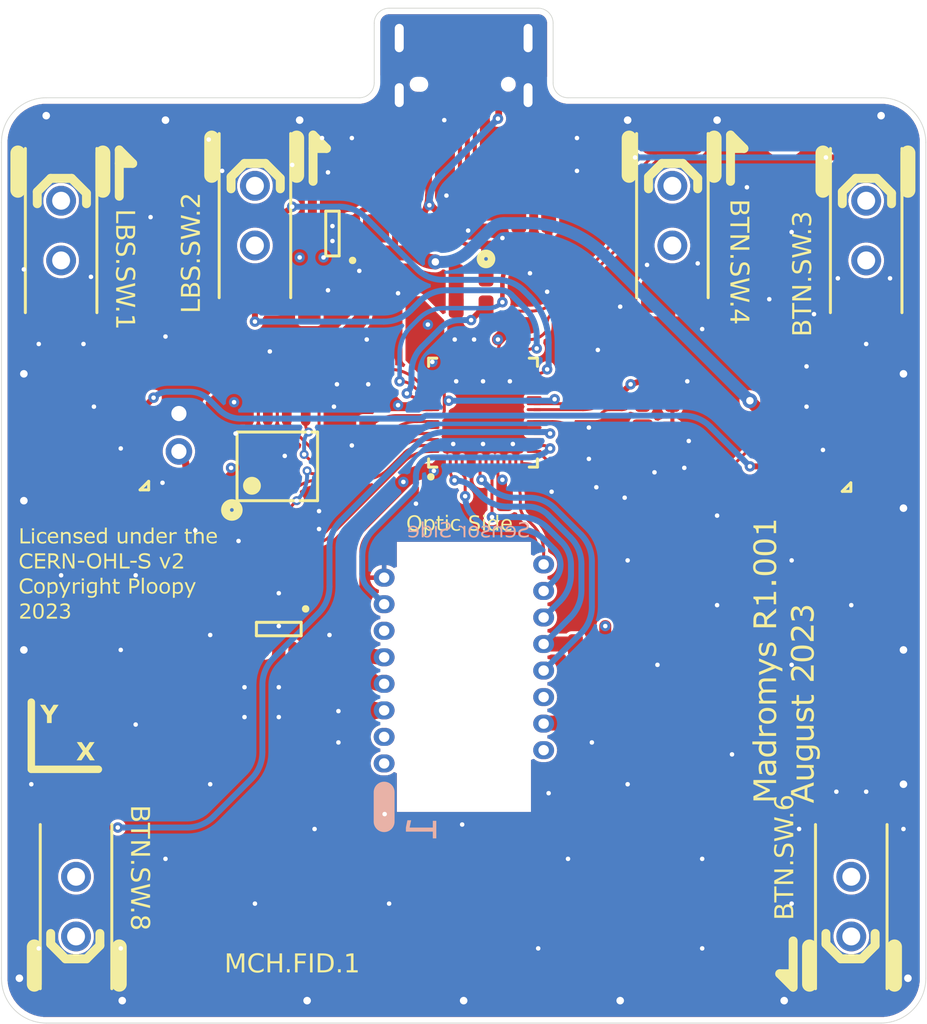
<source format=kicad_pcb>
(kicad_pcb (version 20240108) (generator "pcbnew") (generator_version "8.0")
  (layers (0 "F.Cu" signal "Top Layer") (1 "In1.Cu" signal "Plane 1") (2 "In2.Cu" signal "Plane 2") (31 "B.Cu" signal "Bottom Layer") (34 "B.Paste" user "Bottom Paste") (35 "F.Paste" user "Top Paste") (36 "B.SilkS" user "Bottom Overlay") (37 "F.SilkS" user "Top Overlay") (38 "B.Mask" user "Bottom Solder") (39 "F.Mask" user "Top Mask") (44 "Edge.Cuts" user))
  (net 0 "")
  (net 1 "NetMCU.U.5_47")
  (net 2 "NetMCU.U.5_46")
  (net 3 "NetMCU.U.5_16")
  (net 4 "NetMCU.U.5_12")
  (net 5 "NetMCU.U.5_9")
  (net 6 "NetMCU.U.5_7")
  (net 7 "NetMCU.U.5_4")
  (net 8 "NetMCU.U.5_2")
  (net 9 "NetMCU.U.1_7")
  (net 10 "NetMCU.U.1_6")
  (net 11 "NetMCU.U.1_5")
  (net 12 "NetMCU.U.1_2")
  (net 13 "NetMCU.R.17_2")
  (net 14 "NetMCU.R.11_1")
  (net 15 "NetMCU.R.1_2")
  (net 16 "NetMCU.J.1_2")
  (net 17 "NetMCU.C.19_2")
  (net 18 "NetMCU.C.9_1")
  (net 19 "1V1")
  (net 20 "NetLBS.SW.2_B")
  (net 21 "NetBTN.SW.8_B")
  (net 22 "NetUSB.J.3_9")
  (net 23 "NetUSB.J.3_3")
  (net 24 "NetLED.D.3_2")
  (net 25 "NetLED.D.1_4")
  (net 26 "NetLED.D.1_2")
  (net 27 "NetLBS.SW.1_A")
  (net 28 "NetBTN.SW.6_A")
  (net 29 "NetBTN.SW.4_A")
  (net 30 "NetBTN.SW.3_A")
  (net 31 "LEDData")
  (net 32 "NetUSB.FB.3_1")
  (net 33 "NetUSB.FB.3_2")
  (net 34 "NetUSB.FB.2_2")
  (net 35 "NetUSB.FB.2_1")
  (net 36 "NetUSB.FB.1_1")
  (net 37 "V_USB")
  (net 38 "NetREG.C.15_2")
  (net 39 "NetMOS.R.4_1")
  (net 40 "NetMOS.R.3_1")
  (net 41 "NetMOS.C.10_2")
  (net 42 "NetMCU.U.1_3")
  (net 43 "1V8")
  (net 44 "3V3")
  (net 45 "GND")
  (footprint "Diodes.PcbLib:PESD3V3S4UD - SOT95P275X110-6N" (layer "F.Cu") (at 148.5011 85.9036 180)
    (property "Reference" "USB.Z.1" (hide yes))
    (property "Value" "IP4220CZ6,125" (hide yes))
  )
  (footprint "PCBFeatures.PcbLib:SparkGap" (layer "F.Cu") (at 118.7011 136.0036 90)
    (property "Reference" "MCH.SP.5" (hide yes))
    (property "Value" "Spark Gap" (hide yes))
  )
  (footprint "PCBFeatures.PcbLib:SparkGap" (layer "F.Cu") (at 128.5011 78.5036 90)
    (property "Reference" "MCH.SP.7" (hide yes))
    (property "Value" "Spark Gap" (hide yes))
  )
  (footprint "Chip_Passives.PcbLib:0805" (layer "F.Cu") (at 139.4011 83.0036 -90)
    (property "Reference" "REG.C.15" (hide yes))
    (property "Value" "0805" (hide yes))
  )
  (footprint "Chip_Passives.PcbLib:0805" (layer "F.Cu") (at 158.4011 117.9036)
    (property "Reference" "MOS.R.3" (hide yes))
    (property "Value" "0805" (hide yes))
  )
  (footprint "Chip_Passives.PcbLib:0805" (layer "F.Cu") (at 140.1011 119.2036 90)
    (property "Reference" "MOS.C.11" (hide yes))
    (property "Value" "0805" (hide yes))
  )
  (footprint "Chip_Passives.PcbLib:0805" (layer "F.Cu") (at 153.2011 85.3036 90)
    (property "Reference" "USB.FB.2" (hide yes))
    (property "Value" "ACML-0805-601-T" (hide yes))
  )
  (footprint "Chip_Passives.PcbLib:0805" (layer "F.Cu") (at 173.2011 96.30359 -90)
    (property "Reference" "LED.R.16" (hide yes))
    (property "Value" "0805" (hide yes))
  )
  (footprint "PCBFeatures.PcbLib:SparkGap" (layer "F.Cu") (at 178.0011 123.0036 90)
    (property "Reference" "MCH.SP.10" (hide yes))
    (property "Value" "Spark Gap" (hide yes))
  )
  (footprint "Switches.PcbLib:D2LS-21" (layer "F.Cu") (at 121.5011 85.9036 -90)
    (property "Reference" "LBS.SW.1")
    (property "Value" "D2LS-21" (hide yes))
  )
  (footprint "Chip_Passives.PcbLib:0805 - TALL" (layer "F.Cu") (at 142.1011 97.20361 90)
    (property "Reference" "MCU.C.7" (hide yes))
    (property "Value" "0805 X5R" (hide yes))
  )
  (footprint "Chip_Passives.PcbLib:0805" (layer "F.Cu") (at 161.5011 94.80361 -90)
    (property "Reference" "MCU.R.17" (hide yes))
    (property "Value" "0805" (hide yes))
  )
  (footprint "Chip_Passives.PcbLib:0805 - TALL" (layer "F.Cu") (at 152.3011 103.9036 -90)
    (property "Reference" "MCU.C.4" (hide yes))
    (property "Value" "0805 X5R" (hide yes))
  )
  (footprint "Chip_Passives.PcbLib:0805" (layer "F.Cu") (at 123.1011 96.20359 -90)
    (property "Reference" "LED.C.23" (hide yes))
    (property "Value" "0805" (hide yes))
  )
  (footprint "Chip_Passives.PcbLib:0805" (layer "F.Cu") (at 123.0011 103.80359 -90)
    (property "Reference" "LED.R.9" (hide yes))
    (property "Value" "0805" (hide yes))
  )
  (footprint "Chip_Passives.PcbLib:0805" (layer "F.Cu") (at 145.3011 86.4036)
    (property "Reference" "USB.FB.1" (hide yes))
    (property "Value" "ACML-0805-601-T" (hide yes))
  )
  (footprint "Chip_Passives.PcbLib:0805" (layer "F.Cu") (at 131.9011 103.80361)
    (property "Reference" "MCU.R.2" (hide yes))
    (property "Value" "0805" (hide yes))
  )
  (footprint "PCBFeatures.PcbLib:SparkGap" (layer "F.Cu") (at 159.5011 78.5036 90)
    (property "Reference" "MCH.SP.19" (hide yes))
    (property "Value" "Spark Gap" (hide yes))
  )
  (footprint "Chip_Passives.PcbLib:0805" (layer "F.Cu") (at 149.0011 91.0036 90)
    (property "Reference" "USB.R.7" (hide yes))
    (property "Value" "0805" (hide yes))
  )
  (footprint "PCBFeatures.PcbLib:SparkGap" (layer "F.Cu") (at 178.0011 114.0036 90)
    (property "Reference" "MCH.SP.11" (hide yes))
    (property "Value" "Spark Gap" (hide yes))
  )
  (footprint "MCUs.PcbLib:RP2040 - QFN40P700X700X90_HS-57M" (layer "F.Cu") (at 149.8011 98.10361 90)
    (property "Reference" "MCU.U.5" (hide yes))
    (property "Value" "RP2040" (hide yes))
  )
  (footprint "Connectors.PcbLib:2x1" (layer "F.Cu") (at 129.4011 98.16361)
    (property "Reference" "MCU.J.1" (hide yes))
    (property "Value" "HEADER2" (hide yes))
  )
  (footprint "Chip_Passives.PcbLib:0805 - TALL" (layer "F.Cu") (at 131.9011 99.50361 180)
    (property "Reference" "MCU.C.1" (hide yes))
    (property "Value" "0805 X5R" (hide yes))
  )
  (footprint "LEDs.PcbLib:IN-PI55TATPRPGPB" (layer "F.Cu") (at 124.47135 100.00375)
    (property "Reference" "LED.D.3" (hide yes))
    (property "Value" "IN-PI55TATPRPGPB" (hide yes))
  )
  (footprint "Crystals.PcbLib:RH100-12.000-16-3030" (layer "F.Cu") (at 159.40111 100.00361)
    (property "Reference" "MCU.Y.1" (hide yes))
    (property "Value" "RH100-12.000-16-3030" (hide yes))
  )
  (footprint "Chip_Passives.PcbLib:0805" (layer "F.Cu") (at 156.1011 80.7036 -90)
    (property "Reference" "USB.R.14" (hide yes))
    (property "Value" "0805" (hide yes))
  )
  (footprint "PCBFeatures.PcbLib:SparkGap" (layer "F.Cu") (at 120.5011 78.2036 90)
    (property "Reference" "MCH.SP.16" (hide yes))
    (property "Value" "Spark Gap" (hide yes))
  )
  (footprint "Chip_Passives.PcbLib:0805" (layer "F.Cu") (at 136.1011 115.5036 90)
    (property "Reference" "REG.C.18" (hide yes))
    (property "Value" "0805" (hide yes))
  )
  (footprint "PCBFeatures.PcbLib:SparkGap" (layer "F.Cu") (at 138.0011 137.5036 90)
    (property "Reference" "MCH.SP.13" (hide yes))
    (property "Value" "Spark Gap" (hide yes))
  )
  (footprint "Switches.PcbLib:D2LS-21" (layer "F.Cu") (at 122.50111 131.2036 90)
    (property "Reference" "BTN.SW.8")
    (property "Value" "D2LS-21" (hide yes))
  )
  (footprint "Chip_Passives.PcbLib:0805" (layer "F.Cu") (at 149.0011 88.9036 -90)
    (property "Reference" "USB.FB.3" (hide yes))
    (property "Value" "ACML-0805-601-T" (hide yes))
  )
  (footprint "Chip_Passives.PcbLib:0805 - TALL" (layer "F.Cu") (at 144.2011 93.2036 90)
    (property "Reference" "MCU.C.8" (hide yes))
    (property "Value" "0805 X5R" (hide yes))
  )
  (footprint "PowerSupply.PcbLib:AP2202 - SOT95P270X145-5N" (layer "F.Cu") (at 136.1011 112.60359 -90)
    (property "Reference" "REG.U.4" (hide yes))
    (property "Value" "AP2204K-1.8" (hide yes))
  )
  (footprint "Switches.PcbLib:D2LS-21" (layer "F.Cu") (at 174.5011 131.2036 90)
    (property "Reference" "BTN.SW.6")
    (property "Value" "D2LS-21" (hide yes))
  )
  (footprint "Chip_Passives.PcbLib:0805" (layer "F.Cu") (at 157.0011 113.7036 90)
    (property "Reference" "MOS.R.5" (hide yes))
    (property "Value" "0805" (hide yes))
  )
  (footprint "Chip_Passives.PcbLib:0805" (layer "F.Cu") (at 139.4011 88.9036 -90)
    (property "Reference" "REG.C.14" (hide yes))
    (property "Value" "0805" (hide yes))
  )
  (footprint "LEDs.PcbLib:IN-PI55TATPRPGPB" (layer "F.Cu") (at 171.57134 100.10376)
    (property "Reference" "LED.D.1" (hide yes))
    (property "Value" "IN-PI55TATPRPGPB" (hide yes))
  )
  (footprint "Chip_Passives.PcbLib:0805 - TALL" (layer "F.Cu") (at 156.5011 95.90361)
    (property "Reference" "MCU.C.22" (hide yes))
    (property "Value" "0805 X5R" (hide yes))
  )
  (footprint "PCBFeatures.PcbLib:SparkGap" (layer "F.Cu") (at 159.0011 137.5036 90)
    (property "Reference" "MCH.SP.4" (hide yes))
    (property "Value" "Spark Gap" (hide yes))
  )
  (footprint "Chip_Passives.PcbLib:0805" (layer "F.Cu") (at 161.5011 97.30361 90)
    (property "Reference" "MCU.R.11" (hide yes))
    (property "Value" "0805" (hide yes))
  )
  (footprint "Chip_Passives.PcbLib:0805 - TALL" (layer "F.Cu") (at 152.5011 91.2036)
    (property "Reference" "MCU.C.6" (hide yes))
    (property "Value" "0805 X5R" (hide yes))
  )
  (footprint "Chip_Passives.PcbLib:0805" (layer "F.Cu") (at 156.3011 117.9036 180)
    (property "Reference" "MOS.R.4" (hide yes))
    (property "Value" "0805" (hide yes))
  )
  (footprint "Mechanical.PcbLib:FIDUCIAL_1.5" (layer "F.Cu") (at 129.0011 136.0036 90)
    (property "Reference" "MCH.FID.1")
    (property "Value" "IPC-7351 Fiducial 1mm" (hide yes))
  )
  (footprint "PCBFeatures.PcbLib:SparkGap" (layer "F.Cu") (at 148.5011 137.5036 90)
    (property "Reference" "MCH.SP.12" (hide yes))
    (property "Value" "Spark Gap" (hide yes))
  )
  (footprint "Chip_Passives.PcbLib:0805" (layer "F.Cu") (at 141.0011 80.7036 90)
    (property "Reference" "USB.R.12" (hide yes))
    (property "Value" "0805" (hide yes))
  )
  (footprint "Chip_Passives.PcbLib:0805" (layer "F.Cu") (at 142.7011 86.4036)
    (property "Reference" "REG.C.12" (hide yes))
    (property "Value" "0805" (hide yes))
  )
  (footprint "PCBFeatures.PcbLib:SparkGap" (layer "F.Cu") (at 176.5011 78.2036 90)
    (property "Reference" "MCH.SP.18" (hide yes))
    (property "Value" "Spark Gap" (hide yes))
  )
  (footprint "Chip_Passives.PcbLib:0805" (layer "F.Cu") (at 169.90109 96.30359 -90)
    (property "Reference" "LED.C.20" (hide yes))
    (property "Value" "0805" (hide yes))
  )
  (footprint "Chip_Passives.PcbLib:0603" (layer "F.Cu") (at 162.30111 100.00361)
    (property "Reference" "MCU.C.19" (hide yes))
    (property "Value" "0603" (hide yes))
  )
  (footprint "Graphics.PcbLib:Coordinate System" (layer "F.Cu") (at 119.5011 122.0036)
    (property "Reference" "MCH.LOGO.2" (hide yes))
    (property "Value" "Coordinate system marker for assembly" (hide yes))
  )
  (footprint "Chip_Passives.PcbLib:0805 - TALL" (layer "F.Cu") (at 144.2011 91.2036 90)
    (property "Reference" "MCU.C.2" (hide yes))
    (property "Value" "0805 X5R" (hide yes))
  )
  (footprint "Chip_Passives.PcbLib:0805" (layer "F.Cu") (at 140.1011 117.1036 90)
    (property "Reference" "MOS.C.10" (hide yes))
    (property "Value" "0805" (hide yes))
  )
  (footprint "Chip_Passives.PcbLib:0805 - TALL" (layer "F.Cu") (at 146.5011 104.2036 180)
    (property "Reference" "MCU.C.3" (hide yes))
    (property "Value" "0805 X5R" (hide yes))
  )
  (footprint "Switches.PcbLib:D2LS-21" (layer "F.Cu") (at 162.5011 84.9036 -90)
    (property "Reference" "BTN.SW.4")
    (property "Value" "D2LS-21" (hide yes))
  )
  (footprint "PowerSupply.PcbLib:AP2202 - SOT95P270X145-5N" (layer "F.Cu") (at 139.7011 86.1036 180)
    (property "Reference" "REG.U.3" (hide yes))
    (property "Value" "AP2202K-3.3" (hide yes))
  )
  (footprint "Chip_Passives.PcbLib:0805" (layer "F.Cu") (at 129.9011 103.80361)
    (property "Reference" "MCU.R.1" (hide yes))
    (property "Value" "0805" (hide yes))
  )
  (footprint "PCBFeatures.PcbLib:SparkGap" (layer "F.Cu") (at 125.6011 137.5036 90)
    (property "Reference" "MCH.SP.9" (hide yes))
    (property "Value" "Spark Gap" (hide yes))
  )
  (footprint "PCBFeatures.PcbLib:SparkGap" (layer "F.Cu") (at 119.0011 114.0036 90)
    (property "Reference" "MCH.SP.6" (hide yes))
    (property "Value" "Spark Gap" (hide yes))
  )
  (footprint "Memory.PcbLib:W25Q128JVS - SOIC127P790X216-8M" (layer "F.Cu") (at 136.00111 101.7036 90)
    (property "Reference" "MCU.U.1" (hide yes))
    (property "Value" "W25Q16JVSSIQ" (hide yes))
  )
  (footprint "PCBFeatures.PcbLib:SparkGap" (layer "F.Cu") (at 178.0011 104.5036 90)
    (property "Reference" "MCH.SP.14" (hide yes))
    (property "Value" "Spark Gap" (hide yes))
  )
  (footprint "Mechanical.PcbLib:FIDUCIAL_1.5" (layer "F.Cu") (at 170.0011 79.5036 90)
    (property "Reference" "MCH.FID.2" (hide yes))
    (property "Value" "IPC-7351 Fiducial 1mm" (hide yes))
  )
  (footprint "Chip_Passives.PcbLib:0603" (layer "F.Cu") (at 159.30111 102.60361 -90)
    (property "Reference" "MCU.C.9" (hide yes))
    (property "Value" "0603" (hide yes))
  )
  (footprint "Chip_Passives.PcbLib:0805" (layer "F.Cu") (at 136.1011 117.50359 90)
    (property "Reference" "REG.C.17" (hide yes))
    (property "Value" "0805" (hide yes))
  )
  (footprint "PCBFeatures.PcbLib:SparkGap" (layer "F.Cu") (at 119.0011 104.0036 90)
    (property "Reference" "MCH.SP.2" (hide yes))
    (property "Value" "Spark Gap" (hide yes))
  )
  (footprint "PCBFeatures.PcbLib:SparkGap" (layer "F.Cu") (at 165.5011 78.5036 90)
    (property "Reference" "MCH.SP.15" (hide yes))
    (property "Value" "Spark Gap" (hide yes))
  )
  (footprint "Chip_Passives.PcbLib:0805" (layer "F.Cu") (at 139.4011 90.9036 -90)
    (property "Reference" "REG.C.13" (hide yes))
    (property "Value" "0805" (hide yes))
  )
  (footprint "Chip_Passives.PcbLib:0805" (layer "F.Cu") (at 141.0011 78.7036 90)
    (property "Reference" "USB.R.13" (hide yes))
    (property "Value" "0805" (hide yes))
  )
  (footprint "Switches.PcbLib:D2LS-21" (layer "F.Cu") (at 175.50111 85.9036 -90)
    (property "Reference" "BTN.SW.3")
    (property "Value" "D2LS-21" (hide yes))
  )
  (footprint "PCBFeatures.PcbLib:SparkGap" (layer "F.Cu") (at 178.0011 95.5036 90)
    (property "Reference" "MCH.SP.8" (hide yes))
    (property "Value" "Spark Gap" (hide yes))
  )
  (footprint "Chip_Passives.PcbLib:0805" (layer "F.Cu") (at 156.1011 78.7036 -90)
    (property "Reference" "USB.R.15" (hide yes))
    (property "Value" "0805" (hide yes))
  )
  (footprint "PCBFeatures.PcbLib:SparkGap" (layer "F.Cu") (at 170.0011 137.5036 90)
    (property "Reference" "MCH.SP.20" (hide yes))
    (property "Value" "Spark Gap" (hide yes))
  )
  (footprint "Chip_Passives.PcbLib:0805 - TALL" (layer "F.Cu") (at 141.0011 99.20361 90)
    (property "Reference" "MCU.C.24" (hide yes))
    (property "Value" "0805 X5R" (hide yes))
  )
  (footprint "PCBFeatures.PcbLib:SparkGap" (layer "F.Cu") (at 178.3011 136.0036 90)
    (property "Reference" "MCH.SP.3" (hide yes))
    (property "Value" "Spark Gap" (hide yes))
  )
  (footprint "PCBFeatures.PcbLib:SparkGap" (layer "F.Cu") (at 119.0011 95.5036 90)
    (property "Reference" "MCH.SP.1" (hide yes))
    (property "Value" "Spark Gap" (hide yes))
  )
  (footprint "PCBFeatures.PcbLib:SparkGap" (layer "F.Cu") (at 137.5011 78.5036 90)
    (property "Reference" "MCH.SP.17" (hide yes))
    (property "Value" "Spark Gap" (hide yes))
  )
  (footprint "Chip_Passives.PcbLib:0805 - TALL" (layer "F.Cu") (at 142.1011 95.20361 90)
    (property "Reference" "MCU.C.21" (hide yes))
    (property "Value" "0805 X5R" (hide yes))
  )
  (footprint "Chip_Passives.PcbLib:0805" (layer "F.Cu") (at 153.1987 87.3036 -90)
    (property "Reference" "USB.R.6" (hide yes))
    (property "Value" "0805" (hide yes))
  )
  (footprint "Chip_Passives.PcbLib:0805" (layer "F.Cu") (at 136.1011 109.1036 90)
    (property "Reference" "REG.C.16" (hide yes))
    (property "Value" "0805" (hide yes))
  )
  (footprint "Switches.PcbLib:D2LS-21" (layer "F.Cu") (at 134.5011 84.9036 -90)
    (property "Reference" "LBS.SW.2")
    (property "Value" "D2LS-21" (hide yes))
  )
  (footprint "Chip_Passives.PcbLib:0805 - TALL" (layer "F.Cu") (at 158.5011 95.90361)
    (property "Reference" "MCU.C.5" (hide yes))
    (property "Value" "0805 X5R" (hide yes))
  )
  (footprint "Connectors.PcbLib:DX07S016JA1R1500" (layer "F.Cu") (at 148.5011 74.20359 180)
    (property "Reference" "USB.J.3" (hide yes))
    (property "Value" "DX07S016JA1R1500" (hide yes))
  )
  (footprint "OptoElectronics.PcbLib:PMW3360DM-T2QU" (layer "B.Cu") (at 143.1671 121.6086 -90)
    (property "Reference" "MOS.U.2" (hide yes))
    (property "Value" "PMW3360DM-T2QU" (hide yes))
  )
  (gr_line (start 153.5011 71.0036) (end 143.501099 71.0036) (stroke (width 0.05)) (layer "Edge.Cuts"))
  (gr_line (start 120.5011 139.0036) (end 176.5011 139.0036) (stroke (width 0.05)) (layer "Edge.Cuts"))
  (gr_arc (start 117.5011 80.003596) (mid 118.379761 77.882248) (end 120.501094 77.00359) (stroke (width 0.05)) (layer "Edge.Cuts"))
  (gr_line (start 154.5011 76.0036) (end 154.5011 72.0036) (stroke (width 0.05)) (layer "Edge.Cuts"))
  (gr_arc (start 153.5011 71.0036) (mid 154.208189 71.296496) (end 154.5011 72.0036) (stroke (width 0.05)) (layer "Edge.Cuts"))
  (gr_line (start 141.5011 77.0036) (end 120.501094 77.00359) (stroke (width 0.05)) (layer "Edge.Cuts"))
  (gr_arc (start 179.5011 136.0036) (mid 178.622403 138.124888) (end 176.5011 139.0036) (stroke (width 0.05)) (layer "Edge.Cuts"))
  (gr_line (start 142.5011 72.0036) (end 142.5011 76.0036) (stroke (width 0.05)) (layer "Edge.Cuts"))
  (gr_line (start 176.501099 77.0036) (end 176.5011 77.0036) (stroke (width 0.05)) (layer "Edge.Cuts"))
  (gr_line (start 117.5011 80.0036) (end 117.5011 136.0036) (stroke (width 0.05)) (layer "Edge.Cuts"))
  (gr_line (start 179.5011 136.0036) (end 179.5011 80.003599) (stroke (width 0.05)) (layer "Edge.Cuts"))
  (gr_arc (start 142.5011 72.003601) (mid 142.79401 71.296526) (end 143.501099 71.0036) (stroke (width 0.05)) (layer "Edge.Cuts"))
  (gr_arc (start 142.5011 76.0036) (mid 142.208224 76.710739) (end 141.5011 77.0036) (stroke (width 0.05)) (layer "Edge.Cuts"))
  (gr_line (start 142.5011 72.003601) (end 142.5011 72.0036) (stroke (width 0.05)) (layer "Edge.Cuts"))
  (gr_line (start 176.5011 77.0036) (end 155.5011 77.0036) (stroke (width 0.05)) (layer "Edge.Cuts"))
  (gr_line (start 117.5011 80.003596) (end 117.5011 80.0036) (stroke (width 0.05)) (layer "Edge.Cuts"))
  (gr_arc (start 176.501099 77.0036) (mid 178.622402 77.882282) (end 179.5011 80.003599) (stroke (width 0.05)) (layer "Edge.Cuts"))
  (gr_arc (start 155.5011 77.0036) (mid 154.794011 76.710704) (end 154.5011 76.0036) (stroke (width 0.05)) (layer "Edge.Cuts"))
  (gr_arc (start 120.5011 139.0036) (mid 118.379762 138.124923) (end 117.5011 136.0036) (stroke (width 0.05)) (layer "Edge.Cuts"))
  (gr_text_box "Madromys R1.001\nAugust 2023" (start 166.83535 125.4156) (end 178.4671 102.4916) (angle 90) (layer "F.SilkS") (effects (font (size 1.5 1.5) (thickness 0.254)) (justify left top)) (border no) (stroke (width 0.1)))
  (gr_text_box "Licensed under the\nCERN-OHL-S v2\nCopyright Ploopy \n2023" (start 117.8931 105.11773) (end 134.7091 113.5476) (layer "F.SilkS") (effects (font (size 1 1) (thickness 0.254)) (justify left top)) (border no) (stroke (width 0.1)))
  (segment (start 144.69028 96.81674) (end 144.7011 96.8036) (width 0.2) (layer "F.Cu") (net 1))
  (segment (start 149.0011 91.9036) (end 149.8287 91.076) (width 0.4) (layer "F.Cu") (net 1))
  (segment (start 145.42538 97.10361) (end 146.3761 97.10361) (width 0.2) (layer "F.Cu") (net 1))
  (segment (start 144.7011 96.8036) (end 144.7011 96.8036) (width 0.2) (layer "F.Cu") (net 1))
  (via (at 144.69028 96.81674) (size 0.7) (drill 0.3) (layers "F.Cu" "B.Cu") (net 1))
  (via (at 149.0011 91.9036) (size 0.7) (drill 0.3) (layers "F.Cu" "B.Cu") (net 1))
  (arc (start 145.42538 97.10361) (mid 145.033397 97.02564) (end 144.701091 96.803599) (width 0.2) (layer "F.Cu") (net 1))
  (arc (start 149.828696 91.076006) (mid 149.908897 91.022418) (end 150.0035 91.0036) (width 0.4) (layer "F.Cu") (net 1))
  (segment (start 145.70821 93.69649) (end 147.0011 92.4036) (width 0.4) (layer "B.Cu") (net 1))
  (segment (start 145.0011 96.06635) (end 145.0011 95.4036) (width 0.4) (layer "B.Cu") (net 1))
  (segment (start 148.2082 91.9036) (end 149.0011 91.9036) (width 0.4) (layer "B.Cu") (net 1))
  (arc (start 145.0011 95.4036) (mid 145.184872 94.479718) (end 145.708209 93.696489) (width 0.4) (layer "B.Cu") (net 1))
  (arc (start 147.001098 92.403598) (mid 147.554921 92.033545) (end 148.2082 91.9036) (width 0.4) (layer "B.Cu") (net 1))
  (arc (start 145.00111 96.06635) (mid 144.920329 96.472461) (end 144.690286 96.816746) (width 0.4) (layer "B.Cu") (net 1))
  (segment (start 144.2011 96.0036) (end 144.23542 96.0036) (width 0.2) (layer "F.Cu") (net 2))
  (segment (start 151.84505 87.65485) (end 152.1963 87.3036) (width 0.3) (layer "F.Cu") (net 2))
  (segment (start 144.2011 96.0036) (end 144.20574 96.00525) (width 0.2) (layer "F.Cu") (net 2))
  (segment (start 151.1011 90.7036) (end 151.1011 89.4509) (width 0.3) (layer "F.Cu") (net 2))
  (segment (start 145.92539 96.70361) (end 146.3761 96.70361) (width 0.2) (layer "F.Cu") (net 2))
  (via (at 144.20574 96.00525) (size 0.7) (drill 0.3) (layers "F.Cu" "B.Cu") (net 2))
  (via (at 151.1011 90.7036) (size 0.7) (drill 0.3) (layers "F.Cu" "B.Cu") (net 2))
  (arc (start 151.1011 89.4509) (mid 151.294446 88.478884) (end 151.845049 87.654849) (width 0.3) (layer "F.Cu") (net 2))
  (arc (start 145.92539 96.70361) (mid 145.533404 96.625639) (end 145.201093 96.403597) (width 0.2) (layer "F.Cu") (net 2))
  (arc (start 152.1963 87.30359) (mid 152.085536 87.3776) (end 151.95488 87.403589) (width 0.3) (layer "F.Cu") (net 2))
  (arc (start 144.23542 96.0036) (mid 144.758043 96.107556) (end 145.201102 96.403598) (width 0.2) (layer "F.Cu") (net 2))
  (segment (start 147.19105 91.1036) (end 150.13542 91.1036) (width 0.3) (layer "B.Cu") (net 2))
  (segment (start 144.20574 96.00525) (end 144.20574 94.15106) (width 0.3) (layer "B.Cu") (net 2))
  (segment (start 144.94969 92.35501) (end 145.5011 91.8036) (width 0.3) (layer "B.Cu") (net 2))
  (arc (start 144.20574 94.15106) (mid 144.399086 93.179044) (end 144.949689 92.355009) (width 0.3) (layer "B.Cu") (net 2))
  (arc (start 145.501093 91.803593) (mid 146.276452 91.285515) (end 147.19105 91.10359) (width 0.3) (layer "B.Cu") (net 2))
  (arc (start 151.101102 90.703592) (mid 150.658043 90.999634) (end 150.13542 91.103591) (width 0.3) (layer "B.Cu") (net 2))
  (segment (start 153.2261 100.30361) (end 153.81828 100.30361) (width 0.2) (layer "F.Cu") (net 3))
  (via (at 154.3011 100.5036) (size 0.7) (drill 0.3) (layers "F.Cu" "B.Cu") (net 3))
  (arc (start 153.81828 100.30361) (mid 154.07958 100.355586) (end 154.3011 100.5036) (width 0.2) (layer "F.Cu") (net 3))
  (segment (start 145.3011 102.8036) (end 145.3011 102.36928) (width 0.4) (layer "B.Cu") (net 3))
  (segment (start 146.42536 101.1036) (end 152.85257 101.1036) (width 0.4) (layer "B.Cu") (net 3))
  (segment (start 142.44505 105.95965) (end 145.08897 103.31573) (width 0.4) (layer "B.Cu") (net 3))
  (segment (start 141.7011 108.9036) (end 141.7011 107.7557) (width 0.4) (layer "B.Cu") (net 3))
  (segment (start 142.10486 109.87836) (end 143.1671 110.9406) (width 0.4) (layer "B.Cu") (net 3))
  (arc (start 154.301099 100.503599) (mid 153.636508 100.947664) (end 152.85257 101.103599) (width 0.4) (layer "B.Cu") (net 3))
  (arc (start 145.3011 102.8036) (mid 145.245968 103.080766) (end 145.088966 103.315736) (width 0.4) (layer "B.Cu") (net 3))
  (arc (start 142.104859 109.878361) (mid 141.806033 109.431137) (end 141.7011 108.9036) (width 0.4) (layer "B.Cu") (net 3))
  (arc (start 145.701099 101.403599) (mid 146.033393 101.181567) (end 146.42536 101.1036) (width 0.4) (layer "B.Cu") (net 3))
  (arc (start 141.7011 107.7557) (mid 141.894446 106.783684) (end 142.445049 105.959649) (width 0.4) (layer "B.Cu") (net 3))
  (arc (start 145.3011 102.36928) (mid 145.405056 101.846657) (end 145.701098 101.403598) (width 0.4) (layer "B.Cu") (net 3))
  (segment (start 153.8671 108.2736) (end 153.8671 107.4217) (width 0.2) (layer "F.Cu") (net 4))
  (segment (start 152.6011 105.1036) (end 153.12315 105.62565) (width 0.2) (layer "F.Cu") (net 4))
  (segment (start 152.3011 104.37933) (end 152.3011 103.75212) (width 0.2) (layer "F.Cu") (net 4))
  (segment (start 151.6011 102.06218) (end 151.6011 101.52861) (width 0.2) (layer "F.Cu") (net 4))
  (arc (start 152.601102 105.103598) (mid 152.379068 104.771301) (end 152.3011 104.37933) (width 0.2) (layer "F.Cu") (net 4))
  (arc (start 151.701099 102.303591) (mid 152.145164 102.968182) (end 152.301099 103.75212) (width 0.2) (layer "F.Cu") (net 4))
  (arc (start 151.701097 102.303593) (mid 151.627089 102.192832) (end 151.6011 102.06218) (width 0.2) (layer "F.Cu") (net 4))
  (arc (start 153.123151 105.625649) (mid 153.673754 106.449684) (end 153.8671 107.4217) (width 0.2) (layer "F.Cu") (net 4))
  (segment (start 150.39155 105.01319) (end 150.4011 105.1036) (width 0.2) (layer "F.Cu") (net 5))
  (segment (start 150.39155 105.01319) (end 150.4011 105.0036) (width 0.2) (layer "F.Cu") (net 5))
  (segment (start 150.4011 105.00359) (end 150.4011 104.48114) (width 0.2) (layer "F.Cu") (net 5))
  (segment (start 150.4011 103.32606) (end 150.4011 101.52861) (width 0.2) (layer "F.Cu") (net 5))
  (segment (start 150.4011 103.32607) (end 150.4011 103.32606) (width 0.2) (layer "F.Cu") (net 5))
  (segment (start 150.3987 104.4286) (end 150.3987 103.3786) (width 0.2) (layer "F.Cu") (net 5))
  (segment (start 150.4011 105.0036) (end 150.4011 105.00359) (width 0.2) (layer "F.Cu") (net 5))
  (via (at 150.4011 105.1036) (size 0.7) (drill 0.3) (layers "F.Cu" "B.Cu") (net 5))
  (arc (start 150.3987 103.3786) (mid 150.399302 103.352304) (end 150.401105 103.326063) (width 0.2) (layer "F.Cu") (net 5))
  (arc (start 150.401105 104.48114) (mid 150.399301 104.454898) (end 150.3987 104.4286) (width 0.2) (layer "F.Cu") (net 5))
  (segment (start 155.7011 108.94349) (end 155.7011 108.3036) (width 0.4) (layer "B.Cu") (net 5))
  (segment (start 154.14505 105.84754) (end 155.0647 106.7672) (width 0.4) (layer "B.Cu") (net 5))
  (segment (start 153.8671 111.8296) (end 154.95715 110.73954) (width 0.4) (layer "B.Cu") (net 5))
  (segment (start 150.4011 105.1036) (end 152.349 105.1036) (width 0.4) (layer "B.Cu") (net 5))
  (arc (start 155.7011 108.94349) (mid 155.507754 109.915506) (end 154.957151 110.739541) (width 0.4) (layer "B.Cu") (net 5))
  (arc (start 152.349 105.1036) (mid 153.321016 105.296946) (end 154.145051 105.847549) (width 0.4) (layer "B.Cu") (net 5))
  (arc (start 155.064702 106.767198) (mid 155.535706 107.472105) (end 155.701101 108.3036) (width 0.4) (layer "B.Cu") (net 5))
  (segment (start 149.6011 102.36218) (end 149.6011 101.52861) (width 0.2) (layer "F.Cu") (net 6))
  (via (at 149.7011 102.6036) (size 0.7) (drill 0.3) (layers "F.Cu" "B.Cu") (net 6))
  (arc (start 149.701097 102.603593) (mid 149.627089 102.492832) (end 149.6011 102.36218) (width 0.2) (layer "F.Cu") (net 6))
  (segment (start 151.9532 103.8036) (end 152.9011 103.8036) (width 0.4) (layer "B.Cu") (net 6))
  (segment (start 153.8671 115.3856) (end 156.35715 112.89554) (width 0.4) (layer "B.Cu") (net 6))
  (segment (start 157.1011 111.09949) (end 157.1011 108.0557) (width 0.4) (layer "B.Cu") (net 6))
  (segment (start 149.7011 102.6036) (end 150.15715 103.05965) (width 0.4) (layer "B.Cu") (net 6))
  (segment (start 154.6082 104.5107) (end 156.35715 106.25965) (width 0.4) (layer "B.Cu") (net 6))
  (arc (start 152.9011 103.8036) (mid 153.824978 103.987371) (end 154.608204 104.510706) (width 0.4) (layer "B.Cu") (net 6))
  (arc (start 151.9532 103.8036) (mid 150.981184 103.610254) (end 150.157149 103.059651) (width 0.4) (layer "B.Cu") (net 6))
  (arc (start 156.357151 106.259649) (mid 156.907754 107.083684) (end 157.1011 108.0557) (width 0.4) (layer "B.Cu") (net 6))
  (arc (start 157.1011 111.09949) (mid 156.907754 112.071506) (end 156.357151 112.895541) (width 0.4) (layer "B.Cu") (net 6))
  (segment (start 148.6011 103.7036) (end 148.6011 102.54502) (width 0.2) (layer "F.Cu") (net 7))
  (segment (start 148.4011 102.06218) (end 148.4011 101.52861) (width 0.2) (layer "F.Cu") (net 7))
  (via (at 148.6011 103.7036) (size 0.7) (drill 0.3) (layers "F.Cu" "B.Cu") (net 7))
  (arc (start 148.5011 102.3036) (mid 148.57511 102.414364) (end 148.601099 102.54502) (width 0.2) (layer "F.Cu") (net 7))
  (arc (start 148.501097 102.303593) (mid 148.427089 102.192832) (end 148.4011 102.06218) (width 0.2) (layer "F.Cu") (net 7))
  (segment (start 150.3011 105.9036) (end 152.149 105.9036) (width 0.4) (layer "B.Cu") (net 7))
  (segment (start 153.94505 106.64755) (end 154.57684 107.27934) (width 0.4) (layer "B.Cu") (net 7))
  (segment (start 153.8671 110.0516) (end 154.56694 109.35176) (width 0.4) (layer "B.Cu") (net 7))
  (segment (start 149.16678 105.06928) (end 149.78897 105.69146) (width 0.4) (layer "B.Cu") (net 7))
  (arc (start 154.576835 107.279335) (mid 154.890837 107.749272) (end 155.001099 108.3036) (width 0.4) (layer "B.Cu") (net 7))
  (arc (start 155.0011 108.3036) (mid 154.888265 108.870859) (end 154.566939 109.351759) (width 0.4) (layer "B.Cu") (net 7))
  (arc (start 150.3011 105.9036) (mid 150.023934 105.848468) (end 149.788964 105.691466) (width 0.4) (layer "B.Cu") (net 7))
  (arc (start 149.166785 105.069285) (mid 148.748117 104.442703) (end 148.6011 103.7036) (width 0.4) (layer "B.Cu") (net 7))
  (arc (start 152.149 105.9036) (mid 153.121016 106.096946) (end 153.945051 106.647549) (width 0.4) (layer "B.Cu") (net 7))
  (segment (start 147.6011 101.95097) (end 147.6011 101.52861) (width 0.2) (layer "F.Cu") (net 8))
  (segment (start 153.8671 113.6076) (end 155.76694 113.6076) (width 1) (layer "F.Cu") (net 8))
  (via (at 147.88756 102.64253) (size 0.7) (drill 0.3) (layers "F.Cu" "B.Cu") (net 8))
  (arc (start 155.76694 113.6076) (mid 155.892368 113.632549) (end 155.998701 113.703599) (width 1) (layer "F.Cu") (net 8))
  (arc (start 147.887555 102.642535) (mid 147.675547 102.325242) (end 147.601099 101.95097) (width 0.2) (layer "F.Cu") (net 8))
  (segment (start 154.16679 104.96928) (end 155.65715 106.45965) (width 0.4) (layer "B.Cu") (net 8))
  (segment (start 156.4011 110.02149) (end 156.4011 108.2557) (width 0.4) (layer "B.Cu") (net 8))
  (segment (start 151.4532 104.4036) (end 152.8011 104.4036) (width 0.4) (layer "B.Cu") (net 8))
  (segment (start 149.17212 103.17461) (end 149.65715 103.65965) (width 0.4) (layer "B.Cu") (net 8))
  (segment (start 153.8671 113.6076) (end 155.65715 111.81754) (width 0.4) (layer "B.Cu") (net 8))
  (arc (start 152.8011 104.4036) (mid 153.540203 104.550617) (end 154.166785 104.969285) (width 0.4) (layer "B.Cu") (net 8))
  (arc (start 151.4532 104.4036) (mid 150.481184 104.210254) (end 149.657149 103.659651) (width 0.4) (layer "B.Cu") (net 8))
  (arc (start 155.657151 106.459649) (mid 156.207754 107.283684) (end 156.4011 108.2557) (width 0.4) (layer "B.Cu") (net 8))
  (arc (start 147.88756 102.64253) (mid 148.582758 102.780813) (end 149.172118 103.174612) (width 0.4) (layer "B.Cu") (net 8))
  (arc (start 156.4011 110.02149) (mid 156.207754 110.993506) (end 155.657151 111.817541) (width 0.4) (layer "B.Cu") (net 8))
  (segment (start 140.64963 101.0036) (end 141.01115 101.0036) (width 0.2) (layer "F.Cu") (net 9))
  (segment (start 145.3532 98.70361) (end 146.3761 98.70361) (width 0.2) (layer "F.Cu") (net 9))
  (segment (start 135.65956 97.34513) (end 135.9011 97.1036) (width 0.2) (layer "F.Cu") (net 9))
  (segment (start 138.8011 99.43792) (end 138.8011 97.72786) (width 0.2) (layer "F.Cu") (net 9))
  (segment (start 142.7011 100.3036) (end 143.55714 99.44756) (width 0.2) (layer "F.Cu") (net 9))
  (segment (start 136.86678 96.7036) (end 137.77684 96.7036) (width 0.2) (layer "F.Cu") (net 9))
  (arc (start 139.201098 100.403602) (mid 138.905056 99.960543) (end 138.801099 99.43792) (width 0.2) (layer "F.Cu") (net 9))
  (arc (start 143.557149 99.447559) (mid 144.381184 98.896956) (end 145.3532 98.70361) (width 0.2) (layer "F.Cu") (net 9))
  (arc (start 135.901098 97.103598) (mid 136.344157 96.807556) (end 136.86678 96.703599) (width 0.2) (layer "F.Cu") (net 9))
  (arc (start 138.501101 97.003599) (mid 138.723133 97.335893) (end 138.8011 97.72786) (width 0.2) (layer "F.Cu") (net 9))
  (arc (start 135.36611 98.0536) (mid 135.442377 97.670178) (end 135.659569 97.345129) (width 0.2) (layer "F.Cu") (net 9))
  (arc (start 140.64963 101.0036) (mid 139.865692 100.847665) (end 139.201101 100.403599) (width 0.2) (layer "F.Cu") (net 9))
  (arc (start 137.77684 96.7036) (mid 138.168807 96.781567) (end 138.501101 97.003599) (width 0.2) (layer "F.Cu") (net 9))
  (arc (start 142.701093 100.303593) (mid 141.925741 100.821667) (end 141.01115 101.00359) (width 0.2) (layer "F.Cu") (net 9))
  (segment (start 137.19118 99.39368) (end 138.45715 100.65965) (width 0.2) (layer "F.Cu") (net 10))
  (segment (start 142.94505 100.65965) (end 143.75714 99.84756) (width 0.2) (layer "F.Cu") (net 10))
  (segment (start 145.55319 99.10361) (end 146.3761 99.10361) (width 0.2) (layer "F.Cu") (net 10))
  (segment (start 140.2532 101.4036) (end 141.149 101.4036) (width 0.2) (layer "F.Cu") (net 10))
  (arc (start 142.945051 100.659651) (mid 142.121016 101.210254) (end 141.149 101.4036) (width 0.2) (layer "F.Cu") (net 10))
  (arc (start 143.757139 99.847559) (mid 144.581174 99.296956) (end 145.55319 99.10361) (width 0.2) (layer "F.Cu") (net 10))
  (arc (start 140.2532 101.4036) (mid 139.281184 101.210254) (end 138.457149 100.659651) (width 0.2) (layer "F.Cu") (net 10))
  (arc (start 137.19118 99.39368) (mid 136.780361 98.778846) (end 136.636101 98.0536) (width 0.2) (layer "F.Cu") (net 10))
  (segment (start 143.14505 101.05965) (end 143.95714 100.24756) (width 0.2) (layer "F.Cu") (net 11))
  (segment (start 137.90611 98.93284) (end 137.90611 98.0536) (width 0.2) (layer "F.Cu") (net 11))
  (segment (start 137.8011 100.9036) (end 137.95715 101.05965) (width 0.2) (layer "F.Cu") (net 11))
  (segment (start 145.75319 99.50361) (end 146.3761 99.50361) (width 0.2) (layer "F.Cu") (net 11))
  (segment (start 139.7532 101.8036) (end 141.34899 101.8036) (width 0.2) (layer "F.Cu") (net 11))
  (via (at 137.8011 100.9036) (size 0.6) (drill 0.3) (layers "F.Cu" "B.Cu") (net 11))
  (via (at 138.1011 99.4036) (size 0.6) (drill 0.3) (layers "F.Cu" "B.Cu") (net 11))
  (arc (start 143.957139 100.247559) (mid 144.781174 99.696956) (end 145.75319 99.50361) (width 0.2) (layer "F.Cu") (net 11))
  (arc (start 143.145041 101.059651) (mid 142.321006 101.610254) (end 141.34899 101.8036) (width 0.2) (layer "F.Cu") (net 11))
  (arc (start 138.101104 99.403596) (mid 137.956788 99.187611) (end 137.90611 98.93284) (width 0.2) (layer "F.Cu") (net 11))
  (arc (start 139.7532 101.8036) (mid 138.781184 101.610254) (end 137.957149 101.059651) (width 0.2) (layer "F.Cu") (net 11))
  (segment (start 137.8011 100.9036) (end 137.8011 100.12786) (width 0.26) (layer "B.Cu") (net 11))
  (arc (start 137.8011 100.12786) (mid 137.879067 99.735893) (end 138.101099 99.403599) (width 0.26) (layer "B.Cu") (net 11))
  (segment (start 144.599825 100.74078) (end 144.59962 100.740961) (width 0.2) (layer "F.Cu") (net 12))
  (segment (start 144.522376 100.813689) (end 144.522015 100.814051) (width 0.2) (layer "F.Cu") (net 12))
  (segment (start 135.58885 104.81585) (end 137.05715 103.34754) (width 0.2) (layer "F.Cu") (net 12))
  (segment (start 145.8496 100.30361) (end 146.3761 100.30361) (width 0.2) (layer "F.Cu") (net 12))
  (segment (start 144.521271 100.8148) (end 144.522015 100.814053) (width 0.2) (layer "F.Cu") (net 12))
  (segment (start 144.52064 100.81542) (end 144.52064 100.81542) (width 0.2) (layer "F.Cu") (net 12))
  (segment (start 143.47641 101.85965) (end 144.52064 100.81542) (width 0.2) (layer "F.Cu") (net 12))
  (segment (start 138.85321 102.6036) (end 141.68036 102.6036) (width 0.2) (layer "F.Cu") (net 12))
  (arc (start 144.7247 100.64011) (mid 145.262524 100.389537) (end 145.8496 100.30361) (width 0.2) (layer "F.Cu") (net 12))
  (arc (start 144.599825 100.740786) (mid 144.641967 100.704661) (end 144.685241 100.669898) (width 0.2) (layer "F.Cu") (net 12))
  (arc (start 137.057159 103.347549) (mid 137.881194 102.796946) (end 138.85321 102.6036) (width 0.2) (layer "F.Cu") (net 12))
  (arc (start 135.36611 105.3536) (mid 135.424 105.062569) (end 135.588855 104.815845) (width 0.2) (layer "F.Cu") (net 12))
  (arc (start 144.68585 100.669423) (mid 144.685544 100.669661) (end 144.685238 100.669898) (width 0.2) (layer "F.Cu") (net 12))
  (arc (start 144.685852 100.669423) (mid 144.705173 100.654632) (end 144.724699 100.640112) (width 0.2) (layer "F.Cu") (net 12))
  (arc (start 143.476411 101.859651) (mid 142.652376 102.410254) (end 141.68036 102.6036) (width 0.2) (layer "F.Cu") (net 12))
  (arc (start 144.522377 100.813691) (mid 144.539342 100.796945) (end 144.556535 100.780432) (width 0.2) (layer "F.Cu") (net 12))
  (arc (start 144.521268 100.814795) (mid 144.520954 100.815107) (end 144.520639 100.815419) (width 0.2) (layer "F.Cu") (net 12))
  (arc (start 144.557782 100.779251) (mid 144.557158 100.779843) (end 144.556532 100.780434) (width 0.2) (layer "F.Cu") (net 12))
  (arc (start 144.557785 100.779249) (mid 144.578547 100.759938) (end 144.59962 100.740967) (width 0.2) (layer "F.Cu") (net 12))
  (segment (start 153.2261 96.30361) (end 154.91823 96.30361) (width 0.2) (layer "F.Cu") (net 13))
  (segment (start 156.12536 95.8036) (end 158.44661 95.8036) (width 0.2) (layer "F.Cu") (net 13))
  (segment (start 160.24266 95.05965) (end 160.4987 94.80361) (width 0.2) (layer "F.Cu") (net 13))
  (arc (start 155.401099 96.103599) (mid 155.733393 95.881567) (end 156.12536 95.8036) (width 0.2) (layer "F.Cu") (net 13))
  (arc (start 155.401099 96.103599) (mid 155.179557 96.251629) (end 154.91823 96.30361) (width 0.2) (layer "F.Cu") (net 13))
  (arc (start 160.242661 95.059651) (mid 159.418626 95.610254) (end 158.44661 95.8036) (width 0.2) (layer "F.Cu") (net 13))
  (segment (start 153.2261 98.30361) (end 157.31823 98.30361) (width 0.2) (layer "F.Cu") (net 14))
  (segment (start 158.28394 97.9036) (end 159.1011 97.9036) (width 0.2) (layer "F.Cu") (net 14))
  (segment (start 159.60916 97.69315) (end 160.4987 96.80361) (width 0.2) (layer "F.Cu") (net 14))
  (arc (start 159.609156 97.693156) (mid 159.376058 97.848907) (end 159.1011 97.9036) (width 0.2) (layer "F.Cu") (net 14))
  (arc (start 157.801099 98.103599) (mid 157.579557 98.251629) (end 157.31823 98.30361) (width 0.2) (layer "F.Cu") (net 14))
  (arc (start 157.801099 98.103599) (mid 158.022628 97.955578) (end 158.28394 97.9036) (width 0.2) (layer "F.Cu") (net 14))
  (segment (start 134.48148 106.28398) (end 134.6011 106.4036) (width 0.2) (layer "F.Cu") (net 15))
  (segment (start 146.19102 100.70361) (end 146.3761 100.70361) (width 0.2) (layer "F.Cu") (net 15))
  (segment (start 135.56679 106.8036) (end 138.6011 106.8036) (width 0.2) (layer "F.Cu") (net 15))
  (segment (start 139.45465 106.45005) (end 144.5011 101.4036) (width 0.2) (layer "F.Cu") (net 15))
  (segment (start 131.9011 104.80601) (end 132.77409 104.80601) (width 0.65) (layer "F.Cu") (net 15))
  (segment (start 129.9011 104.80601) (end 131.9011 104.80601) (width 1) (layer "F.Cu") (net 15))
  (arc (start 139.454649 106.450049) (mid 139.063037 106.711716) (end 138.6011 106.803601) (width 0.2) (layer "F.Cu") (net 15))
  (arc (start 144.501098 101.403598) (mid 145.276441 100.885531) (end 146.19102 100.703609) (width 0.2) (layer "F.Cu") (net 15))
  (arc (start 132.77409 104.806) (mid 133.489561 104.948316) (end 134.096109 105.353597) (width 0.65) (layer "F.Cu") (net 15))
  (arc (start 134.481474 106.283976) (mid 134.196255 105.857116) (end 134.0961 105.3536) (width 0.2) (layer "F.Cu") (net 15))
  (arc (start 135.56679 106.8036) (mid 135.044163 106.699643) (end 134.601101 106.403599) (width 0.2) (layer "F.Cu") (net 15))
  (segment (start 129.9011 102.80121) (end 129.9011 101.91072) (width 0.5) (layer "F.Cu") (net 16))
  (arc (start 129.401099 100.703611) (mid 129.771154 101.257437) (end 129.9011 101.91072) (width 0.5) (layer "F.Cu") (net 16))
  (segment (start 160.74253 99.20361) (end 162.30111 99.20361) (width 0.27) (layer "F.Cu") (net 17))
  (segment (start 162.5035 98.71498) (end 162.5035 97.30361) (width 0.27) (layer "F.Cu") (net 17))
  (arc (start 160.74253 99.20361) (mid 160.611878 99.177622) (end 160.501117 99.103613) (width 0.27) (layer "F.Cu") (net 17))
  (arc (start 162.5035 98.71498) (mid 162.450899 98.979422) (end 162.301105 99.203605) (width 0.27) (layer "F.Cu") (net 17))
  (segment (start 156.24506 99.44756) (end 157.27686 100.47936) (width 0.2) (layer "F.Cu") (net 18))
  (segment (start 158.3011 102.12076) (end 158.3011 100.90361) (width 0.2) (layer "F.Cu") (net 18))
  (segment (start 153.2261 98.70361) (end 154.44901 98.70361) (width 0.2) (layer "F.Cu") (net 18))
  (arc (start 158.3011 100.90361) (mid 157.746783 100.79335) (end 157.276856 100.479354) (width 0.2) (layer "F.Cu") (net 18))
  (arc (start 158.501112 102.603608) (mid 158.353089 102.382075) (end 158.30111 102.12076) (width 0.2) (layer "F.Cu") (net 18))
  (arc (start 154.44901 98.70361) (mid 155.421026 98.896956) (end 156.245061 99.447559) (width 0.2) (layer "F.Cu") (net 18))
  (segment (start 144.00561 98.30361) (end 146.3761 98.30361) (width 0.2) (layer "F.Cu") (net 19))
  (segment (start 142.0535 99.20361) (end 142.20956 99.04756) (width 0.2) (layer "F.Cu") (net 19))
  (segment (start 145.9761 96.30361) (end 146.3761 96.30361) (width 0.2) (layer "F.Cu") (net 19))
  (segment (start 143.1535 95.20361) (end 143.54901 95.20361) (width 0.2) (layer "F.Cu") (net 19))
  (segment (start 143.1535 95.20361) (end 143.15351 95.2036) (width 0.2) (layer "F.Cu") (net 19))
  (segment (start 153.2261 97.50361) (end 155.17908 97.50361) (width 0.2) (layer "F.Cu") (net 19))
  (segment (start 147.2011 97.96218) (end 147.2011 96.64502) (width 0.2) (layer "F.Cu") (net 19))
  (segment (start 146.3761 96.30361) (end 146.8597 96.30361) (width 0.2) (layer "F.Cu") (net 19))
  (segment (start 146.3761 98.30361) (end 146.85965 98.30361) (width 0.2) (layer "F.Cu") (net 19))
  (segment (start 145.34506 95.94756) (end 145.5011 96.1036) (width 0.2) (layer "F.Cu") (net 19))
  (via (at 147.5011 97.3036) (size 0.7) (drill 0.3) (layers "F.Cu" "B.Cu") (net 19))
  (via (at 154.6011 97.2036) (size 0.7) (drill 0.3) (layers "F.Cu" "B.Cu") (net 19))
  (arc (start 145.9761 96.30361) (mid 145.963281 96.303405) (end 145.950475 96.302788) (width 0.2) (layer "F.Cu") (net 19))
  (arc (start 145.9761 96.30361) (mid 145.963281 96.303405) (end 145.950475 96.302788) (width 0.2) (layer "F.Cu") (net 19))
  (arc (start 146.8597 96.3036) (mid 146.990344 96.329587) (end 147.101099 96.403591) (width 0.2) (layer "F.Cu") (net 19))
  (arc (start 145.950467 96.302788) (mid 145.70724 96.245027) (end 145.5011 96.103599) (width 0.2) (layer "F.Cu") (net 19))
  (arc (start 142.209559 99.047559) (mid 143.033594 98.496956) (end 144.00561 98.30361) (width 0.2) (layer "F.Cu") (net 19))
  (arc (start 147.101099 98.203599) (mid 146.990321 98.277618) (end 146.85965 98.30361) (width 0.2) (layer "F.Cu") (net 19))
  (arc (start 156.501101 96.956011) (mid 155.894553 97.361294) (end 155.17908 97.50361) (width 0.2) (layer "F.Cu") (net 19))
  (arc (start 147.2011 97.96218) (mid 147.175111 98.092836) (end 147.1011 98.2036) (width 0.2) (layer "F.Cu") (net 19))
  (arc (start 147.1011 96.4036) (mid 147.17511 96.514364) (end 147.201099 96.64502) (width 0.2) (layer "F.Cu") (net 19))
  (arc (start 143.54901 95.20361) (mid 144.521026 95.396956) (end 145.345061 95.947559) (width 0.2) (layer "F.Cu") (net 19))
  (segment (start 147.5011 97.3036) (end 154.35968 97.3036) (width 0.4) (layer "B.Cu") (net 19))
  (arc (start 154.6011 97.2036) (mid 154.490336 97.27761) (end 154.35968 97.303599) (width 0.4) (layer "B.Cu") (net 19))
  (segment (start 134.5011 92.00359) (end 134.5011 90.2036) (width 0.4) (layer "F.Cu") (net 20))
  (segment (start 134.5011 92.0036) (end 134.5011 92.00359) (width 0.4) (layer "F.Cu") (net 20))
  (segment (start 152.10085 94.00385) (end 152.10085 94.00384) (width 0.2) (layer "F.Cu") (net 20))
  (segment (start 152.41314 93.87449) (end 152.7471 93.87449) (width 0.2) (layer "F.Cu") (net 20))
  (segment (start 152.0011 94.67861) (end 152.0011 94.24501) (width 0.2) (layer "F.Cu") (net 20))
  (via (at 134.5011 92.0036) (size 0.7) (drill 0.3) (layers "F.Cu" "B.Cu") (net 20))
  (via (at 153.4011 93.8036) (size 0.7) (drill 0.3) (layers "F.Cu" "B.Cu") (net 20))
  (arc (start 152.0011 94.24501) (mid 152.027021 94.114521) (end 152.100847 94.003847) (width 0.2) (layer "F.Cu") (net 20))
  (arc (start 152.100853 94.003843) (mid 152.244131 93.908107) (end 152.41314 93.874489) (width 0.2) (layer "F.Cu") (net 20))
  (arc (start 153.401104 93.603602) (mid 153.101045 93.804096) (end 152.7471 93.8745) (width 0.2) (layer "F.Cu") (net 20))
  (segment (start 134.5011 92.0036) (end 143.149 92.0036) (width 0.4) (layer "B.Cu") (net 20))
  (segment (start 151.7011 90.2036) (end 152.65715 91.15965) (width 0.4) (layer "B.Cu") (net 20))
  (segment (start 144.94505 91.25965) (end 145.55715 90.64754) (width 0.4) (layer "B.Cu") (net 20))
  (segment (start 147.3532 89.9036) (end 150.97683 89.9036) (width 0.4) (layer "B.Cu") (net 20))
  (segment (start 153.4011 93.8036) (end 153.4011 92.9557) (width 0.4) (layer "B.Cu") (net 20))
  (arc (start 152.657151 91.159649) (mid 153.207754 91.983684) (end 153.4011 92.9557) (width 0.4) (layer "B.Cu") (net 20))
  (arc (start 144.945051 91.259651) (mid 144.121016 91.810254) (end 143.149 92.0036) (width 0.4) (layer "B.Cu") (net 20))
  (arc (start 145.557149 90.647549) (mid 146.381184 90.096946) (end 147.3532 89.9036) (width 0.4) (layer "B.Cu") (net 20))
  (arc (start 150.97683 89.9036) (mid 151.368801 89.981568) (end 151.701098 90.203602) (width 0.4) (layer "B.Cu") (net 20))
  (segment (start 122.50111 125.9036) (end 125.3011 125.9036) (width 0.4) (layer "F.Cu") (net 21))
  (segment (start 154.30109 99.50361) (end 154.3011 99.5036) (width 0.2) (layer "F.Cu") (net 21))
  (segment (start 153.2261 99.50361) (end 154.30109 99.50361) (width 0.2) (layer "F.Cu") (net 21))
  (via (at 154.3011 99.5036) (size 0.7) (drill 0.3) (layers "F.Cu" "B.Cu") (net 21))
  (via (at 125.3011 125.9036) (size 0.7) (drill 0.3) (layers "F.Cu" "B.Cu") (net 21))
  (segment (start 131.74505 125.15965) (end 134.25715 122.64755) (width 0.4) (layer "B.Cu") (net 21))
  (segment (start 147.2532 99.4036) (end 154.05968 99.4036) (width 0.4) (layer "B.Cu") (net 21))
  (segment (start 140.24505 105.35965) (end 145.45715 100.14755) (width 0.4) (layer "B.Cu") (net 21))
  (segment (start 135.74505 114.55965) (end 138.75715 111.54755) (width 0.4) (layer "B.Cu") (net 21))
  (segment (start 135.0011 120.8515) (end 135.0011 116.3557) (width 0.4) (layer "B.Cu") (net 21))
  (segment (start 139.5011 109.75149) (end 139.5011 107.1557) (width 0.4) (layer "B.Cu") (net 21))
  (segment (start 125.3011 125.9036) (end 129.949 125.9036) (width 0.4) (layer "B.Cu") (net 21))
  (arc (start 139.5011 107.1557) (mid 139.694446 106.183684) (end 140.245049 105.359649) (width 0.4) (layer "B.Cu") (net 21))
  (arc (start 135.0011 120.8515) (mid 134.807754 121.823516) (end 134.257151 122.647551) (width 0.4) (layer "B.Cu") (net 21))
  (arc (start 135.0011 116.3557) (mid 135.194446 115.383684) (end 135.745049 114.559649) (width 0.4) (layer "B.Cu") (net 21))
  (arc (start 154.05968 99.4036) (mid 154.190336 99.429589) (end 154.3011 99.5036) (width 0.4) (layer "B.Cu") (net 21))
  (arc (start 145.457149 100.147549) (mid 146.281184 99.596946) (end 147.2532 99.4036) (width 0.4) (layer "B.Cu") (net 21))
  (arc (start 139.5011 109.75149) (mid 139.307754 110.723506) (end 138.757151 111.547541) (width 0.4) (layer "B.Cu") (net 21))
  (arc (start 131.745051 125.159651) (mid 130.921016 125.710254) (end 129.949 125.9036) (width 0.4) (layer "B.Cu") (net 21))
  (segment (start 144.22536 75.3036) (end 145.04899 75.3036) (width 0.26) (layer "F.Cu") (net 22))
  (segment (start 143.2011 76.4539) (end 143.2011 76.32786) (width 0.26) (layer "F.Cu") (net 22))
  (segment (start 146.84505 76.04755) (end 147.0011 76.2036) (width 0.26) (layer "F.Cu") (net 22))
  (segment (start 147.2511 77.20359) (end 147.2511 76.80715) (width 0.26) (layer "F.Cu") (net 22))
  (segment (start 142.0035 80.7036) (end 142.0035 78.7036) (width 0.5) (layer "F.Cu") (net 22))
  (segment (start 142.0035 78.7036) (end 142.45715 78.24995) (width 0.26) (layer "F.Cu") (net 22))
  (arc (start 143.501099 75.603599) (mid 143.833393 75.381567) (end 144.22536 75.3036) (width 0.26) (layer "F.Cu") (net 22))
  (arc (start 145.04899 75.3036) (mid 146.021006 75.496946) (end 146.845041 76.047549) (width 0.26) (layer "F.Cu") (net 22))
  (arc (start 147.001101 76.203599) (mid 147.186127 76.480511) (end 147.2511 76.80715) (width 0.26) (layer "F.Cu") (net 22))
  (arc (start 143.2011 76.4539) (mid 143.007754 77.425916) (end 142.457151 78.249951) (width 0.26) (layer "F.Cu") (net 22))
  (arc (start 143.2011 76.32786) (mid 143.279067 75.935893) (end 143.501099 75.603599) (width 0.26) (layer "F.Cu") (net 22))
  (segment (start 150.2511 77.20359) (end 150.2511 76.79) (width 0.26) (layer "F.Cu") (net 23))
  (segment (start 151.42536 75.4036) (end 152.77684 75.4036) (width 0.26) (layer "F.Cu") (net 23))
  (segment (start 155.0987 80.7036) (end 155.0987 78.7036) (width 0.5) (layer "F.Cu") (net 23))
  (segment (start 154.36826 77.97316) (end 155.0987 78.7036) (width 0.26) (layer "F.Cu") (net 23))
  (segment (start 153.8011 76.6036) (end 153.8011 76.42787) (width 0.26) (layer "F.Cu") (net 23))
  (arc (start 150.701099 75.703599) (mid 151.033393 75.481567) (end 151.42536 75.4036) (width 0.26) (layer "F.Cu") (net 23))
  (arc (start 153.501098 75.703602) (mid 153.723132 76.035899) (end 153.8011 76.42787) (width 0.26) (layer "F.Cu") (net 23))
  (arc (start 150.2511 76.79) (mid 150.368051 76.202045) (end 150.701101 75.703601) (width 0.26) (layer "F.Cu") (net 23))
  (arc (start 152.77684 75.4036) (mid 153.168807 75.481567) (end 153.501101 75.703599) (width 0.26) (layer "F.Cu") (net 23))
  (arc (start 154.368266 77.973158) (mid 153.948507 77.344774) (end 153.80111 76.6036) (width 0.26) (layer "F.Cu") (net 23))
  (segment (start 121.9987 103.80359) (end 121.9987 101.77912) (width 1) (layer "F.Cu") (net 24))
  (arc (start 121.99871 101.77912) (mid 122.017589 101.684211) (end 122.07135 101.60375) (width 1) (layer "F.Cu") (net 24))
  (segment (start 173.97134 98.50376) (end 174.2035 98.2716) (width 1) (layer "F.Cu") (net 25))
  (segment (start 174.2035 98.2716) (end 174.2035 96.30359) (width 1) (layer "F.Cu") (net 25))
  (segment (start 127.20397 97.60072) (end 127.7011 97.1036) (width 0.4) (layer "F.Cu") (net 26))
  (segment (start 167.70126 101.70376) (end 169.17134 101.70376) (width 0.4) (layer "F.Cu") (net 26))
  (segment (start 167.7011 101.7036) (end 167.70126 101.70376) (width 0.4) (layer "F.Cu") (net 26))
  (via (at 167.7011 101.7036) (size 0.7) (drill 0.3) (layers "F.Cu" "B.Cu") (net 26))
  (via (at 127.7011 97.1036) (size 0.7) (drill 0.3) (layers "F.Cu" "B.Cu") (net 26))
  (arc (start 126.87135 98.40375) (mid 126.957796 97.969156) (end 127.203974 97.600724) (width 0.4) (layer "F.Cu") (net 26))
  (segment (start 131.46678 97.26928) (end 132.1011 97.9036) (width 0.4) (layer "B.Cu") (net 26))
  (segment (start 146.04252 98.3036) (end 163.249 98.3036) (width 0.4) (layer "B.Cu") (net 26))
  (segment (start 133.54962 98.5036) (end 145.55968 98.5036) (width 0.4) (layer "B.Cu") (net 26))
  (segment (start 128.66678 96.7036) (end 130.1011 96.7036) (width 0.4) (layer "B.Cu") (net 26))
  (segment (start 165.04505 99.04755) (end 167.7011 101.7036) (width 0.4) (layer "B.Cu") (net 26))
  (arc (start 163.249 98.3036) (mid 164.221016 98.496946) (end 165.045051 99.047549) (width 0.4) (layer "B.Cu") (net 26))
  (arc (start 127.701098 97.103598) (mid 128.144157 96.807556) (end 128.66678 96.703599) (width 0.4) (layer "B.Cu") (net 26))
  (arc (start 145.8011 98.4036) (mid 145.911864 98.32959) (end 146.04252 98.303601) (width 0.4) (layer "B.Cu") (net 26))
  (arc (start 133.54962 98.5036) (mid 132.765682 98.347665) (end 132.101091 97.903599) (width 0.4) (layer "B.Cu") (net 26))
  (arc (start 130.1011 96.7036) (mid 130.840203 96.850617) (end 131.466785 97.269285) (width 0.4) (layer "B.Cu") (net 26))
  (arc (start 145.8011 98.4036) (mid 145.690336 98.47761) (end 145.55968 98.503599) (width 0.4) (layer "B.Cu") (net 26))
  (segment (start 124.20109 80.60361) (end 126.54901 80.60361) (width 0.4) (layer "F.Cu") (net 27))
  (segment (start 121.5011 80.60361) (end 124.20109 80.60361) (width 0.4) (layer "F.Cu") (net 27))
  (segment (start 132.9532 84.9036) (end 135.55257 84.9036) (width 0.4) (layer "F.Cu") (net 27))
  (segment (start 124.20109 80.60361) (end 124.2011 80.6036) (width 0.4) (layer "F.Cu") (net 27))
  (segment (start 153.2261 95.50361) (end 153.37681 95.50361) (width 0.2) (layer "F.Cu") (net 27))
  (segment (start 128.34506 81.34756) (end 131.15715 84.15965) (width 0.4) (layer "F.Cu") (net 27))
  (via (at 154.1011 95.2036) (size 0.7) (drill 0.3) (layers "F.Cu" "B.Cu") (net 27))
  (via (at 137.0011 84.3036) (size 0.7) (drill 0.3) (layers "F.Cu" "B.Cu") (net 27))
  (arc (start 132.9532 84.9036) (mid 131.981184 84.710254) (end 131.157149 84.159651) (width 0.4) (layer "F.Cu") (net 27))
  (arc (start 126.54901 80.60361) (mid 127.521026 80.796956) (end 128.345061 81.347559) (width 0.4) (layer "F.Cu") (net 27))
  (arc (start 137.001099 84.303599) (mid 136.336508 84.747664) (end 135.55257 84.903599) (width 0.4) (layer "F.Cu") (net 27))
  (arc (start 154.101099 95.203599) (mid 153.768792 95.425639) (end 153.37681 95.503609) (width 0.2) (layer "F.Cu") (net 27))
  (segment (start 154.2011 94.96218) (end 154.2011 93.4107) (width 0.4) (layer "B.Cu") (net 27))
  (segment (start 147.09105 89.2036) (end 150.749 89.2036) (width 0.4) (layer "B.Cu") (net 27))
  (segment (start 137.0011 84.3036) (end 140.149 84.3036) (width 0.4) (layer "B.Cu") (net 27))
  (segment (start 152.54505 89.94755) (end 152.92328 90.32578) (width 0.4) (layer "B.Cu") (net 27))
  (segment (start 141.94505 85.04755) (end 145.4011 88.5036) (width 0.4) (layer "B.Cu") (net 27))
  (arc (start 152.923278 90.325782) (mid 153.869003 91.741155) (end 154.2011 93.410702) (width 0.4) (layer "B.Cu") (net 27))
  (arc (start 150.749 89.2036) (mid 151.721016 89.396946) (end 152.545051 89.947549) (width 0.4) (layer "B.Cu") (net 27))
  (arc (start 140.149 84.3036) (mid 141.121016 84.496946) (end 141.945051 85.047549) (width 0.4) (layer "B.Cu") (net 27))
  (arc (start 147.09105 89.2036) (mid 146.176452 89.021675) (end 145.401093 88.503597) (width 0.4) (layer "B.Cu") (net 27))
  (arc (start 154.2011 94.96218) (mid 154.175111 95.092836) (end 154.1011 95.2036) (width 0.4) (layer "B.Cu") (net 27))
  (segment (start 152.4011 101.52861) (end 152.57401 101.52861) (width 0.2) (layer "F.Cu") (net 28))
  (segment (start 158.5532 105.4036) (end 158.6011 105.4036) (width 0.2) (layer "F.Cu") (net 28))
  (segment (start 158.6011 105.4036) (end 164.75715 111.55965) (width 0.4) (layer "F.Cu") (net 28))
  (segment (start 166.24505 128.24754) (end 174.5011 136.50359) (width 0.4) (layer "F.Cu") (net 28))
  (segment (start 165.5011 126.45149) (end 165.5011 113.3557) (width 0.4) (layer "F.Cu") (net 28))
  (segment (start 154.37006 102.27256) (end 156.75715 104.65965) (width 0.2) (layer "F.Cu") (net 28))
  (arc (start 152.57401 101.52861) (mid 153.546026 101.721956) (end 154.370061 102.272559) (width 0.2) (layer "F.Cu") (net 28))
  (arc (start 164.757151 111.559649) (mid 165.307754 112.383684) (end 165.5011 113.3557) (width 0.4) (layer "F.Cu") (net 28))
  (arc (start 166.245049 128.247541) (mid 165.694446 127.423506) (end 165.5011 126.45149) (width 0.4) (layer "F.Cu") (net 28))
  (arc (start 158.5532 105.4036) (mid 157.581184 105.210254) (end 156.757149 104.659651) (width 0.2) (layer "F.Cu") (net 28))
  (segment (start 154.1011 92.32076) (end 154.1011 92.1036) (width 0.2) (layer "F.Cu") (net 29))
  (segment (start 159.5011 84.49649) (end 159.5011 84.15214) (width 0.2) (layer "F.Cu") (net 29))
  (segment (start 152.3011 93.2036) (end 152.93542 93.2036) (width 0.2) (layer "F.Cu") (net 29))
  (segment (start 159.5011 85.35149) (end 159.5011 84.4965) (width 0.2) (layer "F.Cu") (net 29))
  (segment (start 151.4011 93.7036) (end 151.61826 93.48644) (width 0.2) (layer "F.Cu") (net 29))
  (segment (start 153.901456 92.803245) (end 153.901101 92.803601) (width 0.2) (layer "F.Cu") (net 29))
  (segment (start 154.31323 91.59146) (end 158.75715 87.14754) (width 0.2) (layer "F.Cu") (net 29))
  (segment (start 160.59607 81.50863) (end 162.5011 79.6036) (width 0.2) (layer "F.Cu") (net 29))
  (segment (start 151.2011 94.67861) (end 151.2011 94.18644) (width 0.2) (layer "F.Cu") (net 29))
  (arc (start 154.1011 92.32076) (mid 154.049218 92.581839) (end 153.901456 92.803245) (width 0.2) (layer "F.Cu") (net 29))
  (arc (start 151.618261 93.486441) (mid 151.93155 93.277108) (end 152.3011 93.2036) (width 0.2) (layer "F.Cu") (net 29))
  (arc (start 154.1011 92.1036) (mid 154.156232 91.826434) (end 154.313234 91.591464) (width 0.2) (layer "F.Cu") (net 29))
  (arc (start 153.901102 92.803602) (mid 153.458043 93.099644) (end 152.93542 93.203601) (width 0.2) (layer "F.Cu") (net 29))
  (arc (start 159.50109 84.152138) (mid 159.785663 82.72148) (end 160.596064 81.508627) (width 0.2) (layer "F.Cu") (net 29))
  (arc (start 151.2011 94.18644) (mid 151.253078 93.925128) (end 151.401099 93.703599) (width 0.2) (layer "F.Cu") (net 29))
  (arc (start 159.5011 85.35149) (mid 159.307754 86.323506) (end 158.757151 87.147541) (width 0.2) (layer "F.Cu") (net 29))
  (segment (start 152.20822 91.3036) (end 152.949 91.3036) (width 0.2) (layer "F.Cu") (net 30))
  (segment (start 172.8011 81.0036) (end 174.53544 81.0036) (width 0.4) (layer "F.Cu") (net 30))
  (segment (start 150.60362 92.20107) (end 151.0011 91.8036) (width 0.2) (layer "F.Cu") (net 30))
  (segment (start 151.0011 91.8036) (end 151.0011 91.8036) (width 0.2) (layer "F.Cu") (net 30))
  (segment (start 154.74505 90.55965) (end 157.85257 87.45213) (width 0.2) (layer "F.Cu") (net 30))
  (segment (start 159.0011 84.67933) (end 159.0011 82.63143) (width 0.2) (layer "F.Cu") (net 30))
  (segment (start 159.44505 81.55965) (end 160.0011 81.0036) (width 0.2) (layer "F.Cu") (net 30))
  (segment (start 150.0011 94.67861) (end 150.0011 93.6557) (width 0.2) (layer "F.Cu") (net 30))
  (via (at 160.0011 81.0036) (size 0.7) (drill 0.3) (layers "F.Cu" "B.Cu") (net 30))
  (via (at 172.8011 81.0036) (size 0.7) (drill 0.3) (layers "F.Cu" "B.Cu") (net 30))
  (arc (start 175.501115 80.603605) (mid 175.05806 80.899645) (end 174.53544 81.003601) (width 0.4) (layer "F.Cu") (net 30))
  (arc (start 154.745051 90.559651) (mid 153.921016 91.110254) (end 152.949 91.3036) (width 0.2) (layer "F.Cu") (net 30))
  (arc (start 151.001096 91.803601) (mid 151.554926 91.433545) (end 152.208212 91.303599) (width 0.2) (layer "F.Cu") (net 30))
  (arc (start 150.0011 93.655705) (mid 150.15769 92.868465) (end 150.603625 92.201075) (width 0.2) (layer "F.Cu") (net 30))
  (arc (start 159.0011 84.679333) (mid 158.702607 86.179956) (end 157.852572 87.452122) (width 0.2) (layer "F.Cu") (net 30))
  (arc (start 159.0011 82.63143) (mid 159.116478 82.051385) (end 159.445048 81.559646) (width 0.2) (layer "F.Cu") (net 30))
  (segment (start 160.0011 81.0036) (end 172.8011 81.0036) (width 0.4) (layer "B.Cu") (net 30))
  (segment (start 153.69557 100.89807) (end 156.6011 103.8036) (width 0.2) (layer "F.Cu") (net 31))
  (segment (start 164.44505 103.75965) (end 167.55715 100.64755) (width 0.2) (layer "F.Cu") (net 31))
  (segment (start 172.1987 97.70119) (end 172.1987 96.30359) (width 0.2) (layer "F.Cu") (net 31))
  (segment (start 169.3532 99.9036) (end 169.649 99.9036) (width 0.2) (layer "F.Cu") (net 31))
  (segment (start 171.44505 99.15965) (end 171.70032 98.90437) (width 0.2) (layer "F.Cu") (net 31))
  (segment (start 158.29105 104.5036) (end 162.649 104.5036) (width 0.2) (layer "F.Cu") (net 31))
  (arc (start 153.2261 100.7036) (mid 153.480179 100.754139) (end 153.695576 100.898064) (width 0.2) (layer "F.Cu") (net 31))
  (arc (start 167.557149 100.647549) (mid 168.381184 100.096946) (end 169.3532 99.9036) (width 0.2) (layer "F.Cu") (net 31))
  (arc (start 164.445051 103.759651) (mid 163.621016 104.310254) (end 162.649 104.5036) (width 0.2) (layer "F.Cu") (net 31))
  (arc (start 158.29105 104.5036) (mid 157.376452 104.321675) (end 156.601093 103.803597) (width 0.2) (layer "F.Cu") (net 31))
  (arc (start 172.19869 97.7012) (mid 172.069168 98.352354) (end 171.700319 98.904376) (width 0.2) (layer "F.Cu") (net 31))
  (arc (start 171.445051 99.159651) (mid 170.621016 99.710254) (end 169.649 99.9036) (width 0.2) (layer "F.Cu") (net 31))
  (segment (start 148.2511 77.20359) (end 148.7511 77.20359) (width 0.27) (layer "F.Cu") (net 32))
  (segment (start 148.2511 84.38289) (end 148.2511 77.20359) (width 0.27) (layer "F.Cu") (net 32))
  (segment (start 148.0011 85.9036) (end 148.0011 84.98644) (width 0.27) (layer "F.Cu") (net 32))
  (segment (start 148.90465 86.8536) (end 149.9511 86.8536) (width 0.27) (layer "F.Cu") (net 32))
  (segment (start 148.28394 86.58644) (end 148.3011 86.6036) (width 0.27) (layer "F.Cu") (net 32))
  (segment (start 149.9511 88.77709) (end 149.9511 86.8536) (width 0.55) (layer "F.Cu") (net 32))
  (arc (start 148.283944 86.586446) (mid 148.074609 86.273154) (end 148.0011 85.9036) (width 0.27) (layer "F.Cu") (net 32))
  (arc (start 150.003494 88.903606) (mid 149.964709 88.84556) (end 149.951089 88.77709) (width 0.55) (layer "F.Cu") (net 32))
  (arc (start 148.0011 84.98644) (mid 148.053078 84.725128) (end 148.201099 84.503599) (width 0.27) (layer "F.Cu") (net 32))
  (arc (start 148.90465 86.8536) (mid 148.578011 86.788627) (end 148.301099 86.603601) (width 0.27) (layer "F.Cu") (net 32))
  (arc (start 148.2511 84.38289) (mid 148.238105 84.448218) (end 148.2011 84.5036) (width 0.27) (layer "F.Cu") (net 32))
  (segment (start 147.9987 91.00359) (end 147.9987 88.9036) (width 1) (layer "F.Cu") (net 33))
  (segment (start 147.9987 91.0036) (end 147.9987 91.00359) (width 1) (layer "F.Cu") (net 33))
  (segment (start 154.2035 87.3012) (end 154.2035 85.3036) (width 0.5) (layer "F.Cu") (net 34))
  (segment (start 154.2011 87.3036) (end 154.2035 87.3012) (width 0.5) (layer "F.Cu") (net 34))
  (segment (start 149.9511 84.9536) (end 149.9511 84.9536) (width 0.27) (layer "F.Cu") (net 35))
  (segment (start 149.5011 84.5036) (end 149.9511 84.9536) (width 0.27) (layer "F.Cu") (net 35))
  (segment (start 149.9511 84.9536) (end 151.35372 84.9536) (width 0.55) (layer "F.Cu") (net 35))
  (segment (start 149.2511 83.90004) (end 149.2511 77.20359) (width 0.27) (layer "F.Cu") (net 35))
  (segment (start 147.7511 77.20359) (end 147.7511 76.76574) (width 0.26) (layer "F.Cu") (net 35))
  (segment (start 148.14252 76.3036) (end 148.85968 76.3036) (width 0.26) (layer "F.Cu") (net 35))
  (segment (start 149.2511 77.20359) (end 149.2511 76.76573) (width 0.26) (layer "F.Cu") (net 35))
  (arc (start 148.85968 76.3036) (mid 148.990336 76.329589) (end 149.1011 76.4036) (width 0.26) (layer "F.Cu") (net 35))
  (arc (start 147.9011 76.4036) (mid 148.011864 76.32959) (end 148.14252 76.303601) (width 0.26) (layer "F.Cu") (net 35))
  (arc (start 147.7511 76.76574) (mid 147.790084 76.569753) (end 147.901102 76.403602) (width 0.26) (layer "F.Cu") (net 35))
  (arc (start 151.35372 84.9536) (mid 151.811015 85.044562) (end 152.198691 85.303599) (width 0.55) (layer "F.Cu") (net 35))
  (arc (start 149.101101 76.403599) (mid 149.212117 76.569746) (end 149.251101 76.76573) (width 0.26) (layer "F.Cu") (net 35))
  (arc (start 149.501099 84.503591) (mid 149.316073 84.226679) (end 149.2511 83.90004) (width 0.27) (layer "F.Cu") (net 35))
  (segment (start 147.0511 84.9536) (end 147.0511 84.9536) (width 0.45) (layer "F.Cu") (net 36))
  (segment (start 150.8511 78.28289) (end 150.8511 77.20359) (width 0.45) (layer "F.Cu") (net 36))
  (segment (start 147.0511 85.9036) (end 147.0511 84.9536) (width 0.45) (layer "F.Cu") (net 36))
  (segment (start 145.3011 85.4012) (end 145.40715 85.29515) (width 0.45) (layer "F.Cu") (net 36))
  (segment (start 146.1511 83.4991) (end 146.1511 77.20359) (width 0.45) (layer "F.Cu") (net 36))
  (segment (start 146.1511 83.55862) (end 146.1511 83.4991) (width 0.45) (layer "F.Cu") (net 36))
  (segment (start 146.5011 84.4036) (end 147.0511 84.9536) (width 0.45) (layer "F.Cu") (net 36))
  (via (at 146.2011 84.2036) (size 0.7) (drill 0.3) (layers "F.Cu" "B.Cu") (net 36))
  (via (at 150.8011 78.4036) (size 0.7) (drill 0.3) (layers "F.Cu" "B.Cu") (net 36))
  (arc (start 146.501102 84.403598) (mid 146.242063 84.015919) (end 146.151101 83.55862) (width 0.45) (layer "F.Cu") (net 36))
  (arc (start 150.8511 78.28289) (mid 150.838105 78.348218) (end 150.8011 78.4036) (width 0.45) (layer "F.Cu") (net 36))
  (arc (start 146.1511 83.4991) (mid 145.957754 84.471116) (end 145.407151 85.295151) (width 0.45) (layer "F.Cu") (net 36))
  (segment (start 146.94505 82.25965) (end 150.8011 78.4036) (width 0.45) (layer "B.Cu") (net 36))
  (segment (start 146.2011 84.2036) (end 146.2011 84.0557) (width 0.45) (layer "B.Cu") (net 36))
  (arc (start 146.201107 84.203597) (mid 146.250948 84.170294) (end 146.30974 84.1586) (width 0.45) (layer "B.Cu") (net 36))
  (arc (start 146.2011 84.0557) (mid 146.394446 83.083684) (end 146.945049 82.259649) (width 0.45) (layer "B.Cu") (net 36))
  (segment (start 143.9011 87.16457) (end 143.9011 85.08644) (width 0.4) (layer "F.Cu") (net 37))
  (segment (start 145.3011 87.406) (end 145.40203 87.50693) (width 1) (layer "F.Cu") (net 37))
  (segment (start 168.71029 98.31278) (end 168.71049 98.31299) (width 0.8) (layer "F.Cu") (net 37))
  (segment (start 144.0011 87.406) (end 145.3011 87.406) (width 1) (layer "F.Cu") (net 37))
  (segment (start 141.7011 91.37933) (end 141.7011 90.8107) (width 1) (layer "F.Cu") (net 37))
  (segment (start 141.0511 87.0536) (end 141.85034 87.0536) (width 0.6) (layer "F.Cu") (net 37))
  (segment (start 122.37985 95.52485) (end 122.8011 95.1036) (width 1) (layer "F.Cu") (net 37))
  (segment (start 142.7011 88.39648) (end 142.7011 87.406) (width 1) (layer "F.Cu") (net 37))
  (segment (start 168.710497 98.312992) (end 168.710292 98.312788) (width 0.8) (layer "F.Cu") (net 37))
  (segment (start 131.6532 107.7036) (end 134.92537 107.7036) (width 0.6) (layer "F.Cu") (net 37))
  (segment (start 134.0011 109.57933) (end 134.0011 108.48644) (width 0.6) (layer "F.Cu") (net 37))
  (segment (start 134.3011 110.3036) (end 135.0804 111.0829) (width 0.6) (layer "F.Cu") (net 37))
  (segment (start 141.0511 85.1536) (end 141.44755 84.75715) (width 0.4) (layer "F.Cu") (net 37))
  (segment (start 127.22537 95.4036) (end 137.049 95.4036) (width 1) (layer "F.Cu") (net 37))
  (segment (start 134.92537 107.7036) (end 135.3011 107.7036) (width 0.6) (layer "F.Cu") (net 37))
  (segment (start 122.0987 98.3377) (end 122.0987 96.20359) (width 1) (layer "F.Cu") (net 37))
  (segment (start 124.0082 94.6036) (end 125.294 94.6036) (width 1) (layer "F.Cu") (net 37))
  (segment (start 122.70929 99.81179) (end 129.85715 106.95965) (width 0.6) (layer "F.Cu") (net 37))
  (segment (start 168.8987 98.23112) (end 168.8987 96.30359) (width 1) (layer "F.Cu") (net 37))
  (segment (start 167.7011 97.3036) (end 168.71029 98.31278) (width 0.8) (layer "F.Cu") (net 37))
  (segment (start 142.3011 84.4036) (end 143.21826 84.4036) (width 0.4) (layer "F.Cu") (net 37))
  (segment (start 138.84505 94.65965) (end 141.4011 92.1036) (width 1) (layer "F.Cu") (net 37))
  (segment (start 142.7011 87.406) (end 144.0011 87.406) (width 1) (layer "F.Cu") (net 37))
  (segment (start 168.8987 98.23112) (end 169.17134 98.50376) (width 1) (layer "F.Cu") (net 37))
  (segment (start 137.0511 111.25359) (end 137.0511 109.23009) (width 0.6) (layer "F.Cu") (net 37))
  (segment (start 135.98804 107.98813) (end 137.1035 109.1036) (width 0.6) (layer "F.Cu") (net 37))
  (via (at 167.7011 97.3036) (size 1) (drill 0.5) (layers "F.Cu" "B.Cu") (net 37))
  (via (at 146.6011 88.0036) (size 1) (drill 0.5) (layers "F.Cu" "B.Cu") (net 37))
  (arc (start 141.7011 90.8107) (mid 141.831045 90.157421) (end 142.201098 89.603598) (width 1) (layer "F.Cu") (net 37))
  (arc (start 169.17134 98.50376) (mid 168.921956 98.454183) (end 168.710497 98.312992) (width 0.8) (layer "F.Cu") (net 37))
  (arc (start 134.201102 108.003602) (mid 134.533399 107.781568) (end 134.92537 107.7036) (width 0.6) (layer "F.Cu") (net 37))
  (arc (start 142.7011 88.39648) (mid 142.571153 89.049767) (end 142.201096 89.603596) (width 1) (layer "F.Cu") (net 37))
  (arc (start 122.09871 96.20359) (mid 122.171777 95.836256) (end 122.379855 95.524845) (width 1) (layer "F.Cu") (net 37))
  (arc (start 135.3011 107.7036) (mid 135.672869 107.77755) (end 135.98804 107.98814) (width 0.6) (layer "F.Cu") (net 37))
  (arc (start 138.845051 94.659651) (mid 138.021016 95.210254) (end 137.049 95.4036) (width 1) (layer "F.Cu") (net 37))
  (arc (start 137.0511 109.23009) (mid 137.064717 109.161632) (end 137.103496 109.103596) (width 0.6) (layer "F.Cu") (net 37))
  (arc (start 127.22537 95.4036) (mid 126.833399 95.325632) (end 126.501102 95.103598) (width 1) (layer "F.Cu") (net 37))
  (arc (start 134.0011 108.48644) (mid 134.053078 108.225128) (end 134.201099 108.003599) (width 0.6) (layer "F.Cu") (net 37))
  (arc (start 122.801098 95.103598) (mid 123.354921 94.733545) (end 124.0082 94.6036) (width 1) (layer "F.Cu") (net 37))
  (arc (start 141.7011 91.37933) (mid 141.623133 91.771297) (end 141.401101 92.103591) (width 1) (layer "F.Cu") (net 37))
  (arc (start 141.85034 87.0536) (mid 142.310769 87.145185) (end 142.701102 87.405997) (width 0.6) (layer "F.Cu") (net 37))
  (arc (start 143.701101 84.603599) (mid 143.849122 84.825128) (end 143.9011 85.08644) (width 0.4) (layer "F.Cu") (net 37))
  (arc (start 122.709289 99.811791) (mid 122.257387 99.135472) (end 122.098701 98.3377) (width 0.6) (layer "F.Cu") (net 37))
  (arc (start 125.294 94.6036) (mid 125.947279 94.733545) (end 126.501102 95.103598) (width 1) (layer "F.Cu") (net 37))
  (arc (start 143.21826 84.4036) (mid 143.479572 84.455578) (end 143.701101 84.603599) (width 0.4) (layer "F.Cu") (net 37))
  (arc (start 131.6532 107.7036) (mid 130.681184 107.510254) (end 129.857149 106.959651) (width 0.6) (layer "F.Cu") (net 37))
  (arc (start 134.301099 110.303591) (mid 134.079067 109.971297) (end 134.0011 109.57933) (width 0.6) (layer "F.Cu") (net 37))
  (arc (start 141.447551 84.757151) (mid 141.839163 84.495484) (end 142.3011 84.403599) (width 0.4) (layer "F.Cu") (net 37))
  (arc (start 144.001103 87.405997) (mid 143.92709 87.295229) (end 143.901101 87.16457) (width 0.4) (layer "F.Cu") (net 37))
  (arc (start 122.09871 98.3377) (mid 122.0916 98.373446) (end 122.071351 98.403751) (width 0.5) (layer "F.Cu") (net 37))
  (arc (start 135.080396 111.082894) (mid 135.132725 111.16121) (end 135.151101 111.25359) (width 0.6) (layer "F.Cu") (net 37))
  (arc (start 146.6011 88.0036) (mid 145.952168 87.874519) (end 145.402031 87.506929) (width 1) (layer "F.Cu") (net 37))
  (segment (start 151.20911 85.4036) (end 152.74549 85.4036) (width 0.8) (layer "B.Cu") (net 37))
  (segment (start 148.84505 87.25965) (end 150.34188 85.76281) (width 0.8) (layer "B.Cu") (net 37))
  (segment (start 146.6011 88.0036) (end 147.049 88.0036) (width 0.8) (layer "B.Cu") (net 37))
  (segment (start 167.7011 97.3036) (end 167.7011 97.3036) (width 0.8) (layer "B.Cu") (net 37))
  (segment (start 157.96177 87.56427) (end 167.7011 97.3036) (width 0.8) (layer "B.Cu") (net 37))
  (arc (start 152.745485 85.4036) (mid 155.568521 85.965144) (end 157.96177 87.564275) (width 0.8) (layer "B.Cu") (net 37))
  (arc (start 148.845051 87.259651) (mid 148.021016 87.810254) (end 147.049 88.0036) (width 0.8) (layer "B.Cu") (net 37))
  (arc (start 150.341877 85.762815) (mid 150.739762 85.496957) (end 151.2091 85.4036) (width 0.8) (layer "B.Cu") (net 37))
  (segment (start 138.3511 85.1536) (end 138.3511 83.11852) (width 0.6) (layer "F.Cu") (net 38))
  (arc (start 138.35111 83.11852) (mid 138.363481 83.056326) (end 138.398711 83.003601) (width 0.6) (layer "F.Cu") (net 38))
  (segment (start 153.95305 118.906) (end 156.3011 118.906) (width 1) (layer "F.Cu") (net 39))
  (arc (start 153.867101 118.941601) (mid 153.906535 118.915252) (end 153.95305 118.906) (width 1) (layer "F.Cu") (net 39))
  (segment (start 156.3011 116.9012) (end 158.4011 116.9012) (width 1) (layer "F.Cu") (net 40))
  (segment (start 156.3011 116.9012) (end 156.3011 116.9012) (width 1) (layer "F.Cu") (net 40))
  (segment (start 141.1035 119.2036) (end 141.60919 118.6979) (width 1) (layer "F.Cu") (net 41))
  (segment (start 141.1035 117.1036) (end 141.30855 117.30865) (width 1) (layer "F.Cu") (net 41))
  (segment (start 143.1046 118.0526) (end 143.1671 118.0526) (width 1) (layer "F.Cu") (net 41))
  (arc (start 143.1046 118.0526) (mid 142.132584 117.859254) (end 141.308549 117.308651) (width 1) (layer "F.Cu") (net 41))
  (arc (start 141.609195 118.697905) (mid 142.323968 118.220309) (end 143.1671 118.0526) (width 1) (layer "F.Cu") (net 41))
  (segment (start 145.75319 99.90361) (end 146.3761 99.90361) (width 0.2) (layer "F.Cu") (net 42))
  (segment (start 141.75268 102.17575) (end 141.75269 102.17575) (width 0.2) (layer "F.Cu") (net 42))
  (segment (start 144.44011 100.35381) (end 144.44011 100.35381) (width 0.2) (layer "F.Cu") (net 42))
  (segment (start 144.28221 100.48932) (end 144.28222 100.48931) (width 0.2) (layer "F.Cu") (net 42))
  (segment (start 137.12048 104.18421) (end 137.3011 104.0036) (width 0.2) (layer "F.Cu") (net 42))
  (segment (start 142.97324 101.7142) (end 142.97324 101.7142) (width 0.2) (layer "F.Cu") (net 42))
  (segment (start 143.42739 101.34299) (end 144.23885 100.53153) (width 0.2) (layer "F.Cu") (net 42))
  (segment (start 144.59764 100.24241) (end 144.61751 100.22982) (width 0.2) (layer "F.Cu") (net 42))
  (segment (start 141.63937 102.18922) (end 141.63937 102.18922) (width 0.2) (layer "F.Cu") (net 42))
  (segment (start 145.01291 100.03573) (end 145.01294 100.03572) (width 0.2) (layer "F.Cu") (net 42))
  (segment (start 144.50325 100.30659) (end 144.50325 100.30659) (width 0.2) (layer "F.Cu") (net 42))
  (segment (start 142.24861 102.06258) (end 142.24862 102.06258) (width 0.2) (layer "F.Cu") (net 42))
  (segment (start 144.23885 100.53153) (end 144.23886 100.53152) (width 0.2) (layer "F.Cu") (net 42))
  (segment (start 145.10161 100.00521) (end 145.10162 100.00521) (width 0.2) (layer "F.Cu") (net 42))
  (segment (start 138.48394 102.2036) (end 141.34899 102.2036) (width 0.2) (layer "F.Cu") (net 42))
  (segment (start 144.33456 100.44139) (end 144.33456 100.44139) (width 0.2) (layer "F.Cu") (net 42))
  (segment (start 144.239211 100.531173) (end 144.238854 100.531527) (width 0.2) (layer "F.Cu") (net 42))
  (segment (start 143.427389 101.342995) (end 143.427288 101.343097) (width 0.2) (layer "F.Cu") (net 42))
  (segment (start 144.81036 100.12249) (end 144.81037 100.12249) (width 0.2) (layer "F.Cu") (net 42))
  (via (at 138.0011 102.0036) (size 0.6) (drill 0.3) (layers "F.Cu" "B.Cu") (net 42))
  (via (at 137.3011 104.0036) (size 0.6) (drill 0.3) (layers "F.Cu" "B.Cu") (net 42))
  (arc (start 145.101614 100.005216) (mid 145.423465 99.929164) (end 145.75319 99.90361) (width 0.2) (layer "F.Cu") (net 42))
  (arc (start 144.440112 100.353809) (mid 144.47146 100.329909) (end 144.503244 100.306591) (width 0.2) (layer "F.Cu") (net 42))
  (arc (start 144.617513 100.229819) (mid 144.712553 100.17367) (end 144.810363 100.122497) (width 0.2) (layer "F.Cu") (net 42))
  (arc (start 144.282215 100.489315) (mid 144.308188 100.465139) (end 144.334559 100.441397) (width 0.2) (layer "F.Cu") (net 42))
  (arc (start 144.239211 100.531173) (mid 144.260565 100.510095) (end 144.282212 100.489318) (width 0.2) (layer "F.Cu") (net 42))
  (arc (start 142.973234 101.714198) (mid 142.622888 101.913276) (end 142.248612 102.062578) (width 0.2) (layer "F.Cu") (net 42))
  (arc (start 143.427279 101.343098) (mid 143.209533 101.539996) (end 142.973236 101.714196) (width 0.2) (layer "F.Cu") (net 42))
  (arc (start 138.48394 102.2036) (mid 138.222628 102.151622) (end 138.001099 102.003601) (width 0.2) (layer "F.Cu") (net 42))
  (arc (start 144.33456 100.441396) (mid 144.386634 100.396757) (end 144.440111 100.35381) (width 0.2) (layer "F.Cu") (net 42))
  (arc (start 144.503246 100.30659) (mid 144.550015 100.273874) (end 144.597639 100.242416) (width 0.2) (layer "F.Cu") (net 42))
  (arc (start 142.24861 102.062579) (mid 142.003098 102.129912) (end 141.752682 102.175753) (width 0.2) (layer "F.Cu") (net 42))
  (arc (start 141.639363 102.189225) (mid 141.494354 102.200004) (end 141.34899 102.2036) (width 0.2) (layer "F.Cu") (net 42))
  (arc (start 136.6361 105.3536) (mid 136.761986 104.72073) (end 137.120478 104.184208) (width 0.2) (layer "F.Cu") (net 42))
  (arc (start 145.012937 100.035719) (mid 145.057106 100.019983) (end 145.101609 100.005218) (width 0.2) (layer "F.Cu") (net 42))
  (arc (start 144.810368 100.122494) (mid 144.910519 100.076504) (end 145.012905 100.035731) (width 0.2) (layer "F.Cu") (net 42))
  (arc (start 141.75268 102.175753) (mid 141.696089 102.183039) (end 141.639368 102.189225) (width 0.2) (layer "F.Cu") (net 42))
  (segment (start 138.0011 102.31365) (end 138.0011 102.0036) (width 0.26) (layer "B.Cu") (net 42))
  (arc (start 138.00109 102.31365) (mid 137.819167 103.22824) (end 137.301093 104.003593) (width 0.26) (layer "B.Cu") (net 42))
  (segment (start 158.4011 121.05149) (end 158.4011 118.90599) (width 1) (layer "F.Cu") (net 43))
  (segment (start 154.74505 125.75965) (end 157.65715 122.84755) (width 1) (layer "F.Cu") (net 43))
  (segment (start 138.34505 122.64754) (end 141.45715 125.75965) (width 1) (layer "F.Cu") (net 43))
  (segment (start 137.0511 115.4512) (end 137.0511 113.95359) (width 0.6) (layer "F.Cu") (net 43))
  (segment (start 144.70174 127.1036) (end 151.50046 127.1036) (width 1) (layer "F.Cu") (net 43))
  (segment (start 137.1035 115.5036) (end 137.10353 115.50362) (width 0.6) (layer "F.Cu") (net 43))
  (segment (start 137.34493 115.6036) (end 141.33542 115.6036) (width 1) (layer "F.Cu") (net 43))
  (segment (start 142.95535 116.2746) (end 143.1671 116.2746) (width 1) (layer "F.Cu") (net 43))
  (segment (start 137.1035 117.50359) (end 137.1035 115.5036) (width 0.8) (layer "F.Cu") (net 43))
  (segment (start 137.6011 120.85149) (end 137.6011 118.70491) (width 1) (layer "F.Cu") (net 43))
  (segment (start 137.0511 115.4512) (end 137.1035 115.5036) (width 0.6) (layer "F.Cu") (net 43))
  (arc (start 144.701733 127.1036) (mid 142.945777 126.75432) (end 141.45715 125.759651) (width 1) (layer "F.Cu") (net 43))
  (arc (start 137.34493 115.6036) (mid 137.214288 115.577618) (end 137.10353 115.503625) (width 1) (layer "F.Cu") (net 43))
  (arc (start 137.103501 117.5036) (mid 137.471778 118.054766) (end 137.6011 118.70491) (width 1) (layer "F.Cu") (net 43))
  (arc (start 158.4011 121.05149) (mid 158.207754 122.023506) (end 157.657151 122.847541) (width 1) (layer "F.Cu") (net 43))
  (arc (start 142.95535 116.27459) (mid 142.601272 116.20416) (end 142.301099 116.003591) (width 1) (layer "F.Cu") (net 43))
  (arc (start 138.345049 122.647541) (mid 137.794446 121.823506) (end 137.6011 120.85149) (width 1) (layer "F.Cu") (net 43))
  (arc (start 154.745058 125.759658) (mid 153.256426 126.754329) (end 151.500465 127.10361) (width 1) (layer "F.Cu") (net 43))
  (arc (start 141.33542 115.6036) (mid 141.858043 115.707556) (end 142.301102 116.003598) (width 1) (layer "F.Cu") (net 43))
  (segment (start 150.8011 93.2036) (end 151.21667 92.78802) (width 0.8) (layer "F.Cu") (net 44))
  (segment (start 142.9011 97.90361) (end 145.02539 97.90361) (width 0.2) (layer "F.Cu") (net 44))
  (segment (start 158.0011 113.7012) (end 158.0035 113.7036) (width 0.8) (layer "F.Cu") (net 44))
  (segment (start 145.02539 97.90361) (end 146.3761 97.90361) (width 0.2) (layer "F.Cu") (net 44))
  (segment (start 160.60821 96.0036) (end 161.0011 96.0036) (width 0.4) (layer "F.Cu") (net 44))
  (segment (start 144.40109 97.50361) (end 146.3761 97.50361) (width 0.2) (layer "F.Cu") (net 44))
  (segment (start 150.8011 103.6036) (end 150.8011 101.52861) (width 0.2) (layer "F.Cu") (net 44))
  (segment (start 158.0011 113.7012) (end 158.0011 112.4036) (width 0.8) (layer "F.Cu") (net 44))
  (segment (start 151.1011 103.54727) (end 151.1011 102.6036) (width 0.6) (layer "F.Cu") (net 44))
  (segment (start 159.26518 96.63951) (end 159.4011 96.5036) (width 0.4) (layer "F.Cu") (net 44))
  (segment (start 146.2532 102.0036) (end 146.5011 102.0036) (width 1) (layer "F.Cu") (net 44))
  (segment (start 150.8011 94.67861) (end 150.8011 94.02785) (width 0.2) (layer "F.Cu") (net 44))
  (segment (start 161.51735 95.78976) (end 162.5035 94.80361) (width 0.4) (layer "F.Cu") (net 44))
  (segment (start 141.54505 105.65965) (end 144.45715 102.74755) (width 1) (layer "F.Cu") (net 44))
  (segment (start 141.1011 113.6036) (end 141.25015 113.75265) (width 1) (layer "F.Cu") (net 44))
  (segment (start 143.0462 114.4966) (end 143.1671 114.4966) (width 1) (layer "F.Cu") (net 44))
  (segment (start 132.58803 102.51667) (end 133.4011 101.7036) (width 0.5) (layer "F.Cu") (net 44))
  (segment (start 153.2261 97.90361) (end 156.5014 97.90361) (width 0.2) (layer "F.Cu") (net 44))
  (segment (start 134.09611 100.02571) (end 134.09611 98.0536) (width 0.5) (layer "F.Cu") (net 44))
  (segment (start 158.29745 97.15966) (end 158.5011 96.95601) (width 0.2) (layer "F.Cu") (net 44))
  (segment (start 144.3011 97.6036) (end 144.40109 97.50361) (width 0.2) (layer "F.Cu") (net 44))
  (segment (start 140.8011 112.87933) (end 140.8011 107.4557) (width 1) (layer "F.Cu") (net 44))
  (via (at 158.0011 112.4036) (size 0.7) (drill 0.3) (layers "F.Cu" "B.Cu") (net 44))
  (via (at 146.4011 94.7036) (size 0.7) (drill 0.3) (layers "F.Cu" "B.Cu") (net 44))
  (via (at 159.7011 96.2036) (size 0.7) (drill 0.3) (layers "F.Cu" "B.Cu") (net 44))
  (via (at 144.1011 97.6036) (size 0.7) (drill 0.3) (layers "F.Cu" "B.Cu") (net 44))
  (via (at 137.5011 87.7036) (size 0.7) (drill 0.3) (layers "F.Cu" "B.Cu") (net 44))
  (via (at 133.1011 97.4036) (size 0.7) (drill 0.3) (layers "F.Cu" "B.Cu") (net 44))
  (via (at 146.5011 102.0036) (size 0.7) (drill 0.3) (layers "F.Cu" "B.Cu") (net 44))
  (via (at 146.1011 92.2036) (size 0.7) (drill 0.3) (layers "F.Cu" "B.Cu") (net 44))
  (via (at 151.1011 102.6036) (size 0.7) (drill 0.3) (layers "F.Cu" "B.Cu") (net 44))
  (via (at 139.1011 87.7036) (size 0.7) (drill 0.3) (layers "F.Cu" "B.Cu") (net 44))
  (via (at 150.8011 93.2036) (size 0.7) (drill 0.3) (layers "F.Cu" "B.Cu") (net 44))
  (via (at 132.9011 101.8036) (size 0.7) (drill 0.3) (layers "F.Cu" "B.Cu") (net 44))
  (via (at 144.45715 102.74755) (size 0.7) (drill 0.3) (layers "F.Cu" "B.Cu") (net 44))
  (arc (start 132.588019 102.516669) (mid 132.272858 102.727253) (end 131.9011 102.8012) (width 0.5) (layer "F.Cu") (net 44))
  (arc (start 141.101102 113.603598) (mid 140.879068 113.271301) (end 140.8011 112.87933) (width 1) (layer "F.Cu") (net 44))
  (arc (start 151.216676 92.788026) (mid 151.576166 92.509125) (end 151.993688 92.32831) (width 0.8) (layer "F.Cu") (net 44))
  (arc (start 144.457149 102.747549) (mid 145.281184 102.196946) (end 146.2532 102.0036) (width 1) (layer "F.Cu") (net 44))
  (arc (start 158.297451 97.159661) (mid 157.473416 97.710264) (end 156.5014 97.90361) (width 0.2) (layer "F.Cu") (net 44))
  (arc (start 159.265178 96.639508) (mid 158.914616 96.873746) (end 158.5011 96.955999) (width 0.4) (layer "F.Cu") (net 44))
  (arc (start 159.401101 96.503601) (mid 159.954927 96.133546) (end 160.60821 96.0036) (width 0.4) (layer "F.Cu") (net 44))
  (arc (start 143.0462 114.4966) (mid 142.074184 114.303254) (end 141.250149 113.752651) (width 1) (layer "F.Cu") (net 44))
  (arc (start 150.8011 94.02785) (mid 150.879066 93.635886) (end 151.101096 93.303596) (width 0.2) (layer "F.Cu") (net 44))
  (arc (start 161.517359 95.789759) (mid 161.280497 95.948025) (end 161.0011 96.0036) (width 0.4) (layer "F.Cu") (net 44))
  (arc (start 151.248691 103.903609) (mid 151.139451 103.740119) (end 151.101091 103.54727) (width 0.6) (layer "F.Cu") (net 44))
  (arc (start 134.09611 100.02571) (mid 133.915484 100.93378) (end 133.401104 101.703604) (width 0.5) (layer "F.Cu") (net 44))
  (arc (start 145.02539 97.90361) (mid 144.633404 97.825639) (end 144.301093 97.603597) (width 0.2) (layer "F.Cu") (net 44))
  (arc (start 151.993688 92.32831) (mid 152.244831 92.274168) (end 152.5011 92.256) (width 0.8) (layer "F.Cu") (net 44))
  (arc (start 140.8011 107.4557) (mid 140.994446 106.483684) (end 141.545049 105.659649) (width 1) (layer "F.Cu") (net 44))
  (via (at 125.5011 134.0036) (size 0.7) (drill 0.3) (layers "F.Cu" "B.Cu") (net 45))
  (via (at 145.3011 104.2036) (size 0.7) (drill 0.3) (layers "F.Cu" "B.Cu") (net 45))
  (via (at 155.5011 128.0036) (size 0.7) (drill 0.3) (layers "F.Cu" "B.Cu") (net 45))
  (via (at 119.0011 104.0036) (size 1.016) (drill 0.508) (layers "F.Cu" "B.Cu") (net 45))
  (via (at 141.0011 79.7036) (size 0.7) (drill 0.3) (layers "F.Cu" "B.Cu") (net 45))
  (via (at 169.0011 90.5036) (size 0.7) (drill 0.3) (layers "F.Cu" "B.Cu") (net 45))
  (via (at 120.5011 78.2036) (size 1.016) (drill 0.508) (layers "F.Cu" "B.Cu") (net 45))
  (via (at 170.5011 86.0036) (size 0.7) (drill 0.3) (layers "F.Cu" "B.Cu") (net 45))
  (via (at 154.4011 103.4036) (size 0.7) (drill 0.3) (layers "F.Cu" "B.Cu") (net 45))
  (via (at 138.8011 104.7036) (size 0.7) (drill 0.3) (layers "F.Cu" "B.Cu") (net 45))
  (via (at 148.5011 137.5036) (size 1.016) (drill 0.508) (layers "F.Cu" "B.Cu") (net 45))
  (via (at 136.1011 112.4036) (size 0.7) (drill 0.3) (layers "F.Cu" "B.Cu") (net 45))
  (via (at 157.5011 93.9036) (size 0.7) (drill 0.3) (layers "F.Cu" "B.Cu") (net 45))
  (via (at 143.5011 131.0036) (size 0.7) (drill 0.3) (layers "F.Cu" "B.Cu") (net 45))
  (via (at 123.0011 93.5036) (size 0.7) (drill 0.3) (layers "F.Cu" "B.Cu") (net 45))
  (via (at 126.5011 119.0036) (size 0.7) (drill 0.3) (layers "F.Cu" "B.Cu") (net 45))
  (via (at 133.4011 106.7036) (size 0.7) (drill 0.3) (layers "F.Cu" "B.Cu") (net 45))
  (via (at 140.0011 96.2036) (size 0.7) (drill 0.3) (layers "F.Cu" "B.Cu") (net 45))
  (via (at 126.5011 109.0036) (size 0.7) (drill 0.3) (layers "F.Cu" "B.Cu") (net 45))
  (via (at 174.5011 111.0036) (size 0.7) (drill 0.3) (layers "F.Cu" "B.Cu") (net 45))
  (via (at 120.0011 93.5036) (size 0.7) (drill 0.3) (layers "F.Cu" "B.Cu") (net 45))
  (via (at 170.5011 131.0036) (size 0.7) (drill 0.3) (layers "F.Cu" "B.Cu") (net 45))
  (via (at 149.2011 93.2036) (size 0.7) (drill 0.3) (layers "F.Cu" "B.Cu") (net 45))
  (via (at 164.5011 92.5036) (size 0.7) (drill 0.3) (layers "F.Cu" "B.Cu") (net 45))
  (via (at 143.2011 125.0036) (size 0.7) (drill 0.3) (layers "F.Cu" "B.Cu") (net 45))
  (via (at 136.1011 110.2036) (size 0.7) (drill 0.3) (layers "F.Cu" "B.Cu") (net 45))
  (via (at 166.5011 121.0036) (size 0.7) (drill 0.3) (layers "F.Cu" "B.Cu") (net 45))
  (via (at 159.0011 137.5036) (size 1.016) (drill 0.508) (layers "F.Cu" "B.Cu") (net 45))
  (via (at 160.8011 88.2036) (size 0.7) (drill 0.3) (layers "F.Cu" "B.Cu") (net 45))
  (via (at 156.9011 99.1036) (size 0.7) (drill 0.3) (layers "F.Cu" "B.Cu") (net 45))
  (via (at 118.7011 136.0036) (size 1.016) (drill 0.508) (layers "F.Cu" "B.Cu") (net 45))
  (via (at 138.8011 105.9036) (size 0.7) (drill 0.3) (layers "F.Cu" "B.Cu") (net 45))
  (via (at 170.5011 108.0036) (size 0.7) (drill 0.3) (layers "F.Cu" "B.Cu") (net 45))
  (via (at 149.8011 100.2036) (size 0.7) (drill 0.3) (layers "F.Cu" "B.Cu") (net 45))
  (via (at 157.4011 103.1036) (size 0.7) (drill 0.3) (layers "F.Cu" "B.Cu") (net 45))
  (via (at 163.5011 96.0036) (size 0.7) (drill 0.3) (layers "F.Cu" "B.Cu") (net 45))
  (via (at 137.0011 81.5036) (size 0.7) (drill 0.3) (layers "F.Cu" "B.Cu") (net 45))
  (via (at 159.3011 103.8036) (size 0.7) (drill 0.3) (layers "F.Cu" "B.Cu") (net 45))
  (via (at 178.0011 104.5036) (size 1.016) (drill 0.508) (layers "F.Cu" "B.Cu") (net 45))
  (via (at 119.0011 114.0036) (size 1.016) (drill 0.508) (layers "F.Cu" "B.Cu") (net 45))
  (via (at 165.5011 78.5036) (size 1.016) (drill 0.508) (layers "F.Cu" "B.Cu") (net 45))
  (via (at 125.5011 100.5036) (size 0.7) (drill 0.3) (layers "F.Cu" "B.Cu") (net 45))
  (via (at 142.1011 96.2036) (size 0.7) (drill 0.3) (layers "F.Cu" "B.Cu") (net 45))
  (via (at 178.0011 123.0036) (size 1.016) (drill 0.508) (layers "F.Cu" "B.Cu") (net 45))
  (via (at 154.2011 123.6036) (size 0.7) (drill 0.3) (layers "F.Cu" "B.Cu") (net 45))
  (via (at 178.0011 95.5036) (size 1.016) (drill 0.508) (layers "F.Cu" "B.Cu") (net 45))
  (via (at 136.1011 118.5036) (size 0.7) (drill 0.3) (layers "F.Cu" "B.Cu") (net 45))
  (via (at 128.5011 93.0036) (size 0.7) (drill 0.3) (layers "F.Cu" "B.Cu") (net 45))
  (via (at 156.1011 79.7036) (size 0.7) (drill 0.3) (layers "F.Cu" "B.Cu") (net 45))
  (via (at 177.1011 89.1036) (size 0.7) (drill 0.3) (layers "F.Cu" "B.Cu") (net 45))
  (via (at 175.5011 123.5036) (size 0.7) (drill 0.3) (layers "F.Cu" "B.Cu") (net 45))
  (via (at 156.1011 81.9036) (size 0.7) (drill 0.3) (layers "F.Cu" "B.Cu") (net 45))
  (via (at 170.5011 115.0036) (size 0.7) (drill 0.3) (layers "F.Cu" "B.Cu") (net 45))
  (via (at 139.4011 82.0036) (size 0.7) (drill 0.3) (layers "F.Cu" "B.Cu") (net 45))
  (via (at 138.5011 126.0036) (size 0.7) (drill 0.3) (layers "F.Cu" "B.Cu") (net 45))
  (via (at 125.5011 114.0036) (size 0.7) (drill 0.3) (layers "F.Cu" "B.Cu") (net 45))
  (via (at 173.6011 89.1036) (size 0.7) (drill 0.3) (layers "F.Cu" "B.Cu") (net 45))
  (via (at 164.5011 128.0036) (size 0.7) (drill 0.3) (layers "F.Cu" "B.Cu") (net 45))
  (via (at 140.1011 118.1036) (size 0.7) (drill 0.3) (layers "F.Cu" "B.Cu") (net 45))
  (via (at 159.5011 78.5036) (size 1.016) (drill 0.508) (layers "F.Cu" "B.Cu") (net 45))
  (via (at 120.0011 134.0036) (size 0.7) (drill 0.3) (layers "F.Cu" "B.Cu") (net 45))
  (via (at 163.3011 101.8036) (size 0.7) (drill 0.3) (layers "F.Cu" "B.Cu") (net 45))
  (via (at 133.8011 118.5036) (size 0.7) (drill 0.3) (layers "F.Cu" "B.Cu") (net 45))
  (via (at 165.5011 111.0036) (size 0.7) (drill 0.3) (layers "F.Cu" "B.Cu") (net 45))
  (via (at 147.2011 78.5036) (size 0.7) (drill 0.3) (layers "F.Cu" "B.Cu") (net 45))
  (via (at 132.3011 81.9036) (size 0.7) (drill 0.3) (layers "F.Cu" "B.Cu") (net 45))
  (via (at 178.0011 126.0036) (size 0.7) (drill 0.3) (layers "F.Cu" "B.Cu") (net 45))
  (via (at 171.0011 126.0036) (size 0.7) (drill 0.3) (layers "F.Cu" "B.Cu") (net 45))
  (via (at 148.4011 125.7036) (size 0.7) (drill 0.3) (layers "F.Cu" "B.Cu") (net 45))
  (via (at 151.1011 86.4036) (size 0.7) (drill 0.3) (layers "F.Cu" "B.Cu") (net 45))
  (via (at 148.8011 85.9036) (size 0.7) (drill 0.3) (layers "F.Cu" "B.Cu") (net 45))
  (via (at 141.0011 100.3036) (size 0.7) (drill 0.3) (layers "F.Cu" "B.Cu") (net 45))
  (via (at 154.1011 90.0036) (size 0.7) (drill 0.3) (layers "F.Cu" "B.Cu") (net 45))
  (via (at 141.5011 88.6036) (size 0.7) (drill 0.3) (layers "F.Cu" "B.Cu") (net 45))
  (via (at 173.5011 123.5036) (size 0.7) (drill 0.3) (layers "F.Cu" "B.Cu") (net 45))
  (via (at 139.7011 86.6036) (size 0.7) (drill 0.3) (layers "F.Cu" "B.Cu") (net 45))
  (via (at 119.0011 88.5036) (size 0.7) (drill 0.3) (layers "F.Cu" "B.Cu") (net 45))
  (via (at 178.0011 114.0036) (size 1.016) (drill 0.508) (layers "F.Cu" "B.Cu") (net 45))
  (via (at 147.34608 83.55862) (size 0.7) (drill 0.3) (layers "F.Cu" "B.Cu") (net 45))
  (via (at 165.5011 105.0036) (size 0.7) (drill 0.3) (layers "F.Cu" "B.Cu") (net 45))
  (via (at 172.6011 100.6036) (size 0.7) (drill 0.3) (layers "F.Cu" "B.Cu") (net 45))
  (via (at 171.5011 95.0036) (size 0.7) (drill 0.3) (layers "F.Cu" "B.Cu") (net 45))
  (via (at 138.0011 137.5036) (size 1.016) (drill 0.508) (layers "F.Cu" "B.Cu") (net 45))
  (via (at 161.3011 102.1036) (size 0.7) (drill 0.3) (layers "F.Cu" "B.Cu") (net 45))
  (via (at 123.5011 89.0036) (size 0.7) (drill 0.3) (layers "F.Cu" "B.Cu") (net 45))
  (via (at 139.7011 85.6036) (size 0.7) (drill 0.3) (layers "F.Cu" "B.Cu") (net 45))
  (via (at 139.4011 89.9036) (size 0.7) (drill 0.3) (layers "F.Cu" "B.Cu") (net 45))
  (via (at 127.5011 85.0036) (size 0.7) (drill 0.3) (layers "F.Cu" "B.Cu") (net 45))
  (via (at 170.0011 137.5036) (size 1.016) (drill 0.508) (layers "F.Cu" "B.Cu") (net 45))
  (via (at 147.9011 93.2036) (size 0.7) (drill 0.3) (layers "F.Cu" "B.Cu") (net 45))
  (via (at 159.5011 123.0036) (size 0.7) (drill 0.3) (layers "F.Cu" "B.Cu") (net 45))
  (via (at 172.0011 91.5036) (size 0.7) (drill 0.3) (layers "F.Cu" "B.Cu") (net 45))
  (via (at 149.8011 96.0036) (size 0.7) (drill 0.3) (layers "F.Cu" "B.Cu") (net 45))
  (via (at 135.5011 94.0036) (size 0.7) (drill 0.3) (layers "F.Cu" "B.Cu") (net 45))
  (via (at 163.6011 100.0036) (size 0.7) (drill 0.3) (layers "F.Cu" "B.Cu") (net 45))
  (via (at 147.8011 100.2036) (size 0.7) (drill 0.3) (layers "F.Cu" "B.Cu") (net 45))
  (via (at 161.5011 115.0036) (size 0.7) (drill 0.3) (layers "F.Cu" "B.Cu") (net 45))
  (via (at 128.5011 78.5036) (size 1.016) (drill 0.508) (layers "F.Cu" "B.Cu") (net 45))
  (via (at 134.5011 131.0036) (size 0.7) (drill 0.3) (layers "F.Cu" "B.Cu") (net 45))
  (via (at 130.5011 106.0036) (size 0.7) (drill 0.3) (layers "F.Cu" "B.Cu") (net 45))
  (via (at 159.5011 108.0036) (size 0.7) (drill 0.3) (layers "F.Cu" "B.Cu") (net 45))
  (via (at 125.6011 137.5036) (size 1.016) (drill 0.508) (layers "F.Cu" "B.Cu") (net 45))
  (via (at 128.5011 128.0036) (size 0.7) (drill 0.3) (layers "F.Cu" "B.Cu") (net 45))
  (via (at 148.0011 96.0036) (size 0.7) (drill 0.3) (layers "F.Cu" "B.Cu") (net 45))
  (via (at 164.5011 134.0036) (size 0.7) (drill 0.3) (layers "F.Cu" "B.Cu") (net 45))
  (via (at 157.1011 120.2036) (size 0.7) (drill 0.3) (layers "F.Cu" "B.Cu") (net 45))
  (via (at 131.5011 123.0036) (size 0.7) (drill 0.3) (layers "F.Cu" "B.Cu") (net 45))
  (via (at 136.1011 116.5036) (size 0.7) (drill 0.3) (layers "F.Cu" "B.Cu") (net 45))
  (via (at 139.8011 97.7036) (size 0.7) (drill 0.3) (layers "F.Cu" "B.Cu") (net 45))
  (via (at 131.5011 113.0036) (size 0.7) (drill 0.3) (layers "F.Cu" "B.Cu") (net 45))
  (via (at 133.8011 116.5036) (size 0.7) (drill 0.3) (layers "F.Cu" "B.Cu") (net 45))
  (via (at 133.2011 99.5036) (size 0.7) (drill 0.3) (layers "F.Cu" "B.Cu") (net 45))
  (via (at 159.0011 91.0036) (size 0.7) (drill 0.3) (layers "F.Cu" "B.Cu") (net 45))
  (via (at 140.1011 120.2036) (size 0.7) (drill 0.3) (layers "F.Cu" "B.Cu") (net 45))
  (via (at 139.5011 113.0036) (size 0.7) (drill 0.3) (layers "F.Cu" "B.Cu") (net 45))
  (via (at 121.5011 109.0036) (size 0.7) (drill 0.3) (layers "F.Cu" "B.Cu") (net 45))
  (via (at 139.0011 79.7036) (size 0.7) (drill 0.3) (layers "F.Cu" "B.Cu") (net 45))
  (via (at 151.6011 96.0036) (size 0.7) (drill 0.3) (layers "F.Cu" "B.Cu") (net 45))
  (via (at 128.3011 102.8036) (size 0.7) (drill 0.3) (layers "F.Cu" "B.Cu") (net 45))
  (via (at 119.5011 123.0036) (size 0.7) (drill 0.3) (layers "F.Cu" "B.Cu") (net 45))
  (via (at 144.1011 90.1036) (size 0.7) (drill 0.3) (layers "F.Cu" "B.Cu") (net 45))
  (via (at 152.949 88.7636) (size 0.7) (drill 0.3) (layers "F.Cu" "B.Cu") (net 45))
  (via (at 131.4011 79.8036) (size 0.7) (drill 0.3) (layers "F.Cu" "B.Cu") (net 45))
  (via (at 123.7011 97.7036) (size 0.7) (drill 0.3) (layers "F.Cu" "B.Cu") (net 45))
  (via (at 175.5011 93.5036) (size 0.7) (drill 0.3) (layers "F.Cu" "B.Cu") (net 45))
  (via (at 153.5011 134.0036) (size 0.7) (drill 0.3) (layers "F.Cu" "B.Cu") (net 45))
  (via (at 178.3011 136.0036) (size 1.016) (drill 0.508) (layers "F.Cu" "B.Cu") (net 45))
  (via (at 156.9011 101.2036) (size 0.7) (drill 0.3) (layers "F.Cu" "B.Cu") (net 45))
  (via (at 176.5011 78.2036) (size 1.016) (drill 0.508) (layers "F.Cu" "B.Cu") (net 45))
  (via (at 167.5011 83.0036) (size 0.7) (drill 0.3) (layers "F.Cu" "B.Cu") (net 45))
  (via (at 136.5011 101.0036) (size 0.7) (drill 0.3) (layers "F.Cu" "B.Cu") (net 45))
  (via (at 151.8011 100.2036) (size 0.7) (drill 0.3) (layers "F.Cu" "B.Cu") (net 45))
  (via (at 119.0011 95.5036) (size 1.016) (drill 0.508) (layers "F.Cu" "B.Cu") (net 45))
  (via (at 164.2011 88.1036) (size 0.7) (drill 0.3) (layers "F.Cu" "B.Cu") (net 45))
  (via (at 142.0011 93.2036) (size 0.7) (drill 0.3) (layers "F.Cu" "B.Cu") (net 45))
  (via (at 171.5011 97.7036) (size 0.7) (drill 0.3) (layers "F.Cu" "B.Cu") (net 45))
  (via (at 137.5011 78.5036) (size 1.016) (drill 0.508) (layers "F.Cu" "B.Cu") (net 45))
  (zone (net 44) (net_name "3V3") (layer "F.Cu") (priority 8) (connect_pads yes (clearance 0.5)) (min_thickness 0.25) (fill yes (thermal_gap 0.25) (thermal_bridge_width 0.5))
    (polygon (pts (xy 137.4011 86.7036) (xy 136.8011 87.3036) (xy 136.8011 88.40359) (xy 137.4011 89.0036) (xy 137.4011 91.9036) (xy 137.6011 92.1036) (xy 138.7011 92.1036) (xy 138.9011 91.9036) (xy 138.9011 88.9036) (xy 139.7011 88.1036) (xy 139.7011 87.5036) (xy 138.9011 86.7036) (xy 138.8011 86.7036)))
  )
  (zone (net 45) (net_name "GND") (layer "F.Cu") (priority 3) (connect_pads yes (clearance 0.5)) (min_thickness 0.25) (fill yes (thermal_gap 0.25) (thermal_bridge_width 0.5))
    (polygon (pts (xy 117.5011 139.0036) (xy 117.5011 71.0036) (xy 179.5011 71.0036) (xy 179.5011 139.0036)))
  )
  (zone (net 44) (net_name "3V3") (layer "F.Cu") (priority 6) (connect_pads yes (clearance 0.5)) (min_thickness 0.25) (fill yes (thermal_gap 0.25) (thermal_bridge_width 0.5))
    (polygon (pts (xy 146.7011 97.5036) (xy 144.5011 97.5036) (xy 143.5011 96.5036) (xy 142.9011 96.5036) (xy 142.9011 97.9036) (xy 146.7011 97.9036)))
  )
  (zone (net 44) (net_name "3V3") (layer "F.Cu") (priority 7) (connect_pads yes (clearance 0.5)) (min_thickness 0.25) (fill yes (thermal_gap 0.25) (thermal_bridge_width 0.5))
    (polygon (pts (xy 147.2011 94.67861) (xy 147.2011 91.9036) (xy 145.6011 90.3036) (xy 144.8011 90.3036) (xy 144.6011 90.5036) (xy 144.6011 94.60359) (xy 146.0011 96.0036) (xy 146.7011 96.0036) (xy 147.2011 95.5036)))
  )
  (zone (net 44) (net_name "3V3") (layer "F.Cu") (priority 5) (connect_pads yes (clearance 0.5)) (min_thickness 0.25) (fill yes (thermal_gap 0.25) (thermal_bridge_width 0.5))
    (polygon (pts (xy 147.3011 101.1036) (xy 146.8011 101.1036) (xy 145.7011 102.2036) (xy 145.7011 103.0036) (xy 147.3011 103.0036)))
  )
  (zone (net 44) (net_name "3V3") (layer "F.Cu") (priority 9) (connect_pads yes (clearance 0.5)) (min_thickness 0.25) (fill yes (thermal_gap 0.25) (thermal_bridge_width 0.5))
    (polygon (pts (xy 134.3011 98.5036) (xy 133.9011 98.9036) (xy 131.5011 98.9036) (xy 131.2011 98.6036) (xy 131.2011 97.4036) (xy 132.0011 96.6036) (xy 134.1011 96.6036) (xy 134.3011 96.8036)))
  )
  (zone (net 45) (net_name "GND") (layer "B.Cu") (connect_pads yes (clearance 0.5)) (min_thickness 0.25) (fill yes (thermal_gap 0.25) (thermal_bridge_width 0.5))
    (polygon (pts (xy 117.5011 139.0036) (xy 117.5011 71.0036) (xy 179.5011 71.0036) (xy 179.5011 139.0036)))
  )
)
</source>
